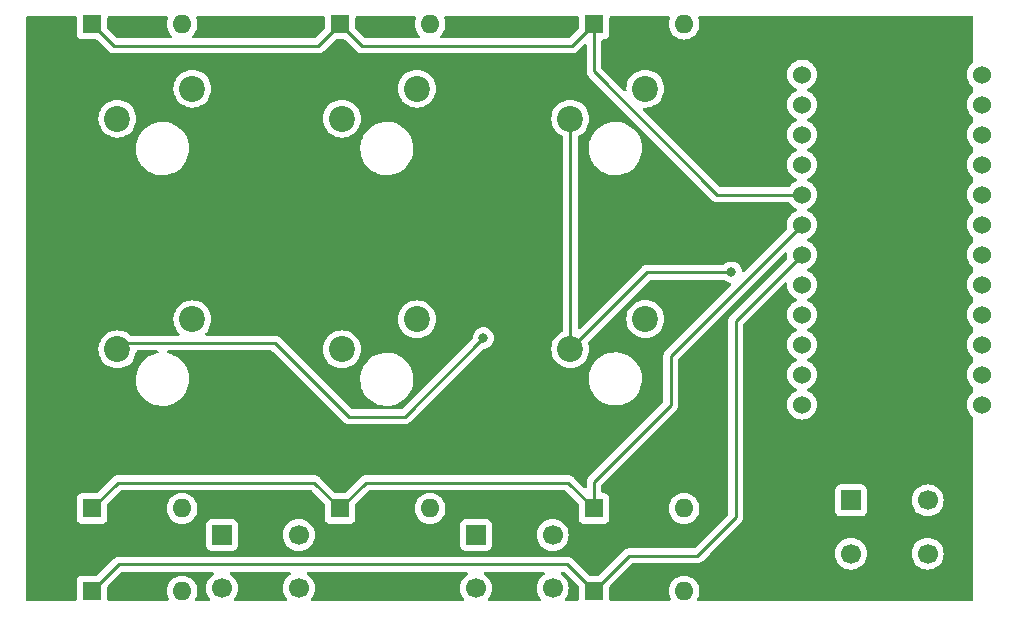
<source format=gbr>
%TF.GenerationSoftware,KiCad,Pcbnew,7.0.9*%
%TF.CreationDate,2024-01-20T20:31:13+09:00*%
%TF.ProjectId,cardsize_keyboad,63617264-7369-47a6-955f-6b6579626f61,rev?*%
%TF.SameCoordinates,PX34f3078PY5614798*%
%TF.FileFunction,Copper,L2,Bot*%
%TF.FilePolarity,Positive*%
%FSLAX46Y46*%
G04 Gerber Fmt 4.6, Leading zero omitted, Abs format (unit mm)*
G04 Created by KiCad (PCBNEW 7.0.9) date 2024-01-20 20:31:13*
%MOMM*%
%LPD*%
G01*
G04 APERTURE LIST*
%TA.AperFunction,ComponentPad*%
%ADD10C,2.200000*%
%TD*%
%TA.AperFunction,ComponentPad*%
%ADD11R,1.600000X1.600000*%
%TD*%
%TA.AperFunction,ComponentPad*%
%ADD12O,1.600000X1.600000*%
%TD*%
%TA.AperFunction,ComponentPad*%
%ADD13R,1.700000X1.700000*%
%TD*%
%TA.AperFunction,ComponentPad*%
%ADD14C,1.700000*%
%TD*%
%TA.AperFunction,ComponentPad*%
%ADD15C,1.524000*%
%TD*%
%TA.AperFunction,ViaPad*%
%ADD16C,0.800000*%
%TD*%
%TA.AperFunction,Conductor*%
%ADD17C,0.250000*%
%TD*%
G04 APERTURE END LIST*
D10*
%TO.P,SW5,1,1*%
%TO.N,Net-(D5-A)*%
X35350000Y25090000D03*
%TO.P,SW5,2,2*%
%TO.N,7*%
X29000000Y22550000D03*
%TD*%
D11*
%TO.P,D5,1,K*%
%TO.N,Net-(D4-K)*%
X28850000Y9090000D03*
D12*
%TO.P,D5,2,A*%
%TO.N,Net-(D5-A)*%
X36470000Y9090000D03*
%TD*%
D10*
%TO.P,SW2,1,1*%
%TO.N,Net-(D2-A)*%
X35350000Y44630000D03*
%TO.P,SW2,2,2*%
%TO.N,7*%
X29000000Y42090000D03*
%TD*%
D13*
%TO.P,SW8,1,1*%
%TO.N,Net-(D8-A)*%
X18850000Y6840000D03*
D14*
X25350000Y6840000D03*
%TO.P,SW8,2,2*%
%TO.N,7*%
X18850000Y2340000D03*
X25350000Y2340000D03*
%TD*%
D11*
%TO.P,D3,1,K*%
%TO.N,Net-(D1-K)*%
X7850000Y50090000D03*
D12*
%TO.P,D3,2,A*%
%TO.N,Net-(D3-A)*%
X15470000Y50090000D03*
%TD*%
D11*
%TO.P,D8,1,K*%
%TO.N,Net-(D7-K)*%
X7850000Y2090000D03*
D12*
%TO.P,D8,2,A*%
%TO.N,Net-(D8-A)*%
X15470000Y2090000D03*
%TD*%
D11*
%TO.P,D1,1,K*%
%TO.N,Net-(D1-K)*%
X50350000Y50090000D03*
D12*
%TO.P,D1,2,A*%
%TO.N,Net-(D1-A)*%
X57970000Y50090000D03*
%TD*%
D13*
%TO.P,SW0,1,1*%
%TO.N,GND*%
X72100000Y9761400D03*
D14*
X78600000Y9761400D03*
%TO.P,SW0,2,2*%
%TO.N,Net-(U1-RST)*%
X72100000Y5261400D03*
X78600000Y5261400D03*
%TD*%
D10*
%TO.P,SW4,1,1*%
%TO.N,Net-(D4-A)*%
X54700000Y25130000D03*
%TO.P,SW4,2,2*%
%TO.N,6*%
X48350000Y22590000D03*
%TD*%
%TO.P,SW3,1,1*%
%TO.N,Net-(D3-A)*%
X16350000Y44630000D03*
%TO.P,SW3,2,2*%
%TO.N,8*%
X10000000Y42090000D03*
%TD*%
%TO.P,SW1,1,1*%
%TO.N,Net-(D1-A)*%
X54700000Y44630000D03*
%TO.P,SW1,2,2*%
%TO.N,6*%
X48350000Y42090000D03*
%TD*%
D11*
%TO.P,D7,1,K*%
%TO.N,Net-(D7-K)*%
X50350000Y2090000D03*
D12*
%TO.P,D7,2,A*%
%TO.N,Net-(D7-A)*%
X57970000Y2090000D03*
%TD*%
D13*
%TO.P,SW7,1,1*%
%TO.N,Net-(D7-A)*%
X40350000Y6840000D03*
D14*
X46850000Y6840000D03*
%TO.P,SW7,2,2*%
%TO.N,6*%
X40350000Y2340000D03*
X46850000Y2340000D03*
%TD*%
D10*
%TO.P,SW6,1,1*%
%TO.N,Net-(D6-A)*%
X16350000Y25090000D03*
%TO.P,SW6,2,2*%
%TO.N,8*%
X10000000Y22550000D03*
%TD*%
D11*
%TO.P,D2,1,K*%
%TO.N,Net-(D1-K)*%
X28850000Y50090000D03*
D12*
%TO.P,D2,2,A*%
%TO.N,Net-(D2-A)*%
X36470000Y50090000D03*
%TD*%
D11*
%TO.P,D4,1,K*%
%TO.N,Net-(D4-K)*%
X50350000Y9090000D03*
D12*
%TO.P,D4,2,A*%
%TO.N,Net-(D4-A)*%
X57970000Y9090000D03*
%TD*%
D11*
%TO.P,D6,1,K*%
%TO.N,Net-(D4-K)*%
X7850000Y9090000D03*
D12*
%TO.P,D6,2,A*%
%TO.N,Net-(D6-A)*%
X15470000Y9090000D03*
%TD*%
D15*
%TO.P,U1,1,D3/TX0*%
%TO.N,unconnected-(U1-D3{slash}TX0-Pad1)*%
X67960000Y45820000D03*
%TO.P,U1,2,D2/RX1*%
%TO.N,unconnected-(U1-D2{slash}RX1-Pad2)*%
X67960000Y43280000D03*
%TO.P,U1,3,GND*%
%TO.N,GND*%
X67960000Y40740000D03*
%TO.P,U1,4,GND*%
X67960000Y38200000D03*
%TO.P,U1,5,SDA/D1/2*%
%TO.N,Net-(D1-K)*%
X67960000Y35660000D03*
%TO.P,U1,6,SCL/D0/3*%
%TO.N,Net-(D4-K)*%
X67960000Y33120000D03*
%TO.P,U1,7,D4/4*%
%TO.N,Net-(D7-K)*%
X67960000Y30580000D03*
%TO.P,U1,8,C6/5*%
%TO.N,unconnected-(U1-C6{slash}5-Pad8)*%
X67960000Y28040000D03*
%TO.P,U1,9,D7/6*%
%TO.N,6*%
X67960000Y25500000D03*
%TO.P,U1,10,E6/7*%
%TO.N,7*%
X67960000Y22960000D03*
%TO.P,U1,11,B4/8*%
%TO.N,8*%
X67960000Y20420000D03*
%TO.P,U1,12,B5/9*%
%TO.N,unconnected-(U1-B5{slash}9-Pad12)*%
X67960000Y17880000D03*
%TO.P,U1,13,10/B6*%
%TO.N,unconnected-(U1-10{slash}B6-Pad13)*%
X83180000Y17880000D03*
%TO.P,U1,14,16/B2*%
%TO.N,unconnected-(U1-16{slash}B2-Pad14)*%
X83180000Y20420000D03*
%TO.P,U1,15,14/B3*%
%TO.N,unconnected-(U1-14{slash}B3-Pad15)*%
X83180000Y22960000D03*
%TO.P,U1,16,15/B1*%
%TO.N,unconnected-(U1-15{slash}B1-Pad16)*%
X83180000Y25500000D03*
%TO.P,U1,17,A0/F7*%
%TO.N,unconnected-(U1-A0{slash}F7-Pad17)*%
X83180000Y28040000D03*
%TO.P,U1,18,A1/F6*%
%TO.N,unconnected-(U1-A1{slash}F6-Pad18)*%
X83180000Y30580000D03*
%TO.P,U1,19,A2/F5*%
%TO.N,unconnected-(U1-A2{slash}F5-Pad19)*%
X83180000Y33120000D03*
%TO.P,U1,20,A3/F4*%
%TO.N,unconnected-(U1-A3{slash}F4-Pad20)*%
X83180000Y35660000D03*
%TO.P,U1,21,VCC*%
%TO.N,unconnected-(U1-VCC-Pad21)*%
X83180000Y38200000D03*
%TO.P,U1,22,RST*%
%TO.N,Net-(U1-RST)*%
X83180000Y40740000D03*
%TO.P,U1,23,GND*%
%TO.N,GND*%
X83180000Y43280000D03*
%TO.P,U1,24,RAW*%
%TO.N,unconnected-(U1-RAW-Pad24)*%
X83180000Y45820000D03*
%TD*%
D16*
%TO.N,6*%
X61978600Y29090000D03*
%TO.N,8*%
X40978600Y23511400D03*
%TD*%
D17*
%TO.N,6*%
X61978600Y29090000D02*
X54850000Y29090000D01*
X54850000Y29090000D02*
X48350000Y22590000D01*
%TO.N,8*%
X10540000Y23090000D02*
X10000000Y22550000D01*
X23350000Y23090000D02*
X10540000Y23090000D01*
X34307200Y16840000D02*
X29600000Y16840000D01*
X29600000Y16840000D02*
X23350000Y23090000D01*
X40978600Y23511400D02*
X34307200Y16840000D01*
%TO.N,Net-(D1-K)*%
X50350000Y50090000D02*
X48521400Y48261400D01*
X67960000Y35660000D02*
X60780000Y35660000D01*
X60780000Y35660000D02*
X50350000Y46090000D01*
X27021400Y48261400D02*
X9678600Y48261400D01*
X9678600Y48261400D02*
X7850000Y50090000D01*
X28850000Y50090000D02*
X27021400Y48261400D01*
X48521400Y48261400D02*
X30678600Y48261400D01*
X30678600Y48261400D02*
X28850000Y50090000D01*
X50350000Y46090000D02*
X50350000Y50090000D01*
%TO.N,Net-(D4-K)*%
X10021400Y11261400D02*
X26678600Y11261400D01*
X28850000Y9090000D02*
X31021400Y11261400D01*
X56850000Y22010000D02*
X67960000Y33120000D01*
X7850000Y9090000D02*
X10021400Y11261400D01*
X26678600Y11261400D02*
X28850000Y9090000D01*
X48178600Y11261400D02*
X50350000Y9090000D01*
X56850000Y17840000D02*
X56850000Y22010000D01*
X50350000Y11340000D02*
X56850000Y17840000D01*
X50350000Y9090000D02*
X50350000Y11340000D01*
X31021400Y11261400D02*
X48178600Y11261400D01*
%TO.N,Net-(D7-K)*%
X62350000Y24970000D02*
X62350000Y8340000D01*
X48100000Y4340000D02*
X50350000Y2090000D01*
X59100000Y5090000D02*
X53350000Y5090000D01*
X62350000Y8340000D02*
X59100000Y5090000D01*
X53350000Y5090000D02*
X50350000Y2090000D01*
X67960000Y30580000D02*
X62350000Y24970000D01*
X10100000Y4340000D02*
X48100000Y4340000D01*
X7850000Y2090000D02*
X10100000Y4340000D01*
%TO.N,6*%
X48350000Y42090000D02*
X48350000Y22590000D01*
%TD*%
%TA.AperFunction,NonConductor*%
G36*
X48992539Y50741715D02*
G01*
X49038294Y50688911D01*
X49049500Y50637400D01*
X49049500Y49725454D01*
X49029815Y49658415D01*
X49013181Y49637773D01*
X48298628Y48923219D01*
X48237305Y48889734D01*
X48210947Y48886900D01*
X37405449Y48886900D01*
X37338410Y48906585D01*
X37292655Y48959389D01*
X37282711Y49028547D01*
X37311736Y49092103D01*
X37317768Y49098581D01*
X37470045Y49250859D01*
X37470047Y49250861D01*
X37600568Y49437266D01*
X37696739Y49643504D01*
X37755635Y49863308D01*
X37775468Y50090000D01*
X37755635Y50316692D01*
X37696739Y50536496D01*
X37674122Y50584997D01*
X37663631Y50654072D01*
X37692150Y50717856D01*
X37750627Y50756096D01*
X37786505Y50761400D01*
X48925500Y50761400D01*
X48992539Y50741715D01*
G37*
%TD.AperFunction*%
%TA.AperFunction,NonConductor*%
G36*
X35220534Y50741715D02*
G01*
X35266289Y50688911D01*
X35276233Y50619753D01*
X35265877Y50584995D01*
X35243261Y50536498D01*
X35243258Y50536489D01*
X35184366Y50316698D01*
X35184364Y50316687D01*
X35164532Y50090002D01*
X35164532Y50089999D01*
X35184364Y49863314D01*
X35184366Y49863303D01*
X35243258Y49643512D01*
X35243261Y49643503D01*
X35339431Y49437268D01*
X35339432Y49437266D01*
X35469954Y49250859D01*
X35622232Y49098581D01*
X35655717Y49037258D01*
X35650733Y48967566D01*
X35608861Y48911633D01*
X35543397Y48887216D01*
X35534551Y48886900D01*
X30989052Y48886900D01*
X30922013Y48906585D01*
X30901371Y48923219D01*
X30186818Y49637772D01*
X30153333Y49699095D01*
X30150499Y49725453D01*
X30150499Y50637400D01*
X30170184Y50704439D01*
X30222988Y50750194D01*
X30274499Y50761400D01*
X35153495Y50761400D01*
X35220534Y50741715D01*
G37*
%TD.AperFunction*%
%TA.AperFunction,NonConductor*%
G36*
X27492539Y50741715D02*
G01*
X27538294Y50688911D01*
X27549500Y50637400D01*
X27549500Y49725454D01*
X27529815Y49658415D01*
X27513181Y49637773D01*
X26798628Y48923219D01*
X26737305Y48889734D01*
X26710947Y48886900D01*
X16405449Y48886900D01*
X16338410Y48906585D01*
X16292655Y48959389D01*
X16282711Y49028547D01*
X16311736Y49092103D01*
X16317768Y49098581D01*
X16470045Y49250859D01*
X16470047Y49250861D01*
X16600568Y49437266D01*
X16696739Y49643504D01*
X16755635Y49863308D01*
X16775468Y50090000D01*
X16755635Y50316692D01*
X16696739Y50536496D01*
X16674122Y50584997D01*
X16663631Y50654072D01*
X16692150Y50717856D01*
X16750627Y50756096D01*
X16786505Y50761400D01*
X27425500Y50761400D01*
X27492539Y50741715D01*
G37*
%TD.AperFunction*%
%TA.AperFunction,NonConductor*%
G36*
X14220534Y50741715D02*
G01*
X14266289Y50688911D01*
X14276233Y50619753D01*
X14265877Y50584995D01*
X14243261Y50536498D01*
X14243258Y50536489D01*
X14184366Y50316698D01*
X14184364Y50316687D01*
X14164532Y50090002D01*
X14164532Y50089999D01*
X14184364Y49863314D01*
X14184366Y49863303D01*
X14243258Y49643512D01*
X14243261Y49643503D01*
X14339431Y49437268D01*
X14339432Y49437266D01*
X14469954Y49250859D01*
X14622232Y49098581D01*
X14655717Y49037258D01*
X14650733Y48967566D01*
X14608861Y48911633D01*
X14543397Y48887216D01*
X14534551Y48886900D01*
X9989052Y48886900D01*
X9922013Y48906585D01*
X9901371Y48923219D01*
X9186818Y49637772D01*
X9153333Y49699095D01*
X9150499Y49725453D01*
X9150499Y50637400D01*
X9170184Y50704439D01*
X9222988Y50750194D01*
X9274499Y50761400D01*
X14153495Y50761400D01*
X14220534Y50741715D01*
G37*
%TD.AperFunction*%
%TA.AperFunction,NonConductor*%
G36*
X56720534Y50741715D02*
G01*
X56766289Y50688911D01*
X56776233Y50619753D01*
X56765877Y50584995D01*
X56743261Y50536498D01*
X56743258Y50536489D01*
X56684366Y50316698D01*
X56684364Y50316687D01*
X56664532Y50090002D01*
X56664532Y50089999D01*
X56684364Y49863314D01*
X56684366Y49863303D01*
X56743258Y49643512D01*
X56743261Y49643503D01*
X56839431Y49437268D01*
X56839432Y49437266D01*
X56969954Y49250859D01*
X57130858Y49089955D01*
X57130861Y49089953D01*
X57317266Y48959432D01*
X57523504Y48863261D01*
X57743308Y48804365D01*
X57905230Y48790199D01*
X57969998Y48784532D01*
X57970000Y48784532D01*
X57970002Y48784532D01*
X58026807Y48789502D01*
X58196692Y48804365D01*
X58416496Y48863261D01*
X58622734Y48959432D01*
X58809139Y49089953D01*
X58970047Y49250861D01*
X59100568Y49437266D01*
X59196739Y49643504D01*
X59255635Y49863308D01*
X59275468Y50090000D01*
X59255635Y50316692D01*
X59196739Y50536496D01*
X59174122Y50584997D01*
X59163631Y50654072D01*
X59192150Y50717856D01*
X59250627Y50756096D01*
X59286505Y50761400D01*
X82354600Y50761400D01*
X82421639Y50741715D01*
X82467394Y50688911D01*
X82478600Y50637400D01*
X82478600Y46934654D01*
X82458915Y46867615D01*
X82425723Y46833079D01*
X82365378Y46790826D01*
X82209175Y46634623D01*
X82082466Y46453662D01*
X82082465Y46453660D01*
X81989107Y46253452D01*
X81989104Y46253446D01*
X81931930Y46040071D01*
X81931929Y46040063D01*
X81912677Y45820003D01*
X81912677Y45819998D01*
X81931929Y45599938D01*
X81931930Y45599930D01*
X81989104Y45386555D01*
X81989105Y45386553D01*
X81989106Y45386550D01*
X82082466Y45186338D01*
X82082468Y45186334D01*
X82124637Y45126111D01*
X82209174Y45005380D01*
X82365380Y44849174D01*
X82425723Y44806922D01*
X82469348Y44752346D01*
X82478600Y44705347D01*
X82478600Y44394654D01*
X82458915Y44327615D01*
X82425723Y44293079D01*
X82365378Y44250826D01*
X82209175Y44094623D01*
X82082466Y43913662D01*
X82082465Y43913660D01*
X81989107Y43713452D01*
X81989104Y43713446D01*
X81931930Y43500071D01*
X81931929Y43500063D01*
X81912677Y43280003D01*
X81912677Y43279998D01*
X81931929Y43059938D01*
X81931930Y43059930D01*
X81989104Y42846555D01*
X81989105Y42846553D01*
X81989106Y42846550D01*
X82082466Y42646338D01*
X82082468Y42646334D01*
X82124637Y42586111D01*
X82209174Y42465380D01*
X82365380Y42309174D01*
X82425723Y42266922D01*
X82469348Y42212346D01*
X82478600Y42165347D01*
X82478600Y41854654D01*
X82458915Y41787615D01*
X82425723Y41753079D01*
X82365378Y41710826D01*
X82209175Y41554623D01*
X82082466Y41373662D01*
X82082465Y41373660D01*
X81989107Y41173452D01*
X81989104Y41173446D01*
X81931930Y40960071D01*
X81931929Y40960063D01*
X81912677Y40740003D01*
X81912677Y40739998D01*
X81931929Y40519938D01*
X81931930Y40519930D01*
X81989104Y40306555D01*
X81989105Y40306553D01*
X81989106Y40306550D01*
X82082466Y40106338D01*
X82082468Y40106334D01*
X82209170Y39925385D01*
X82209174Y39925380D01*
X82365380Y39769174D01*
X82425723Y39726922D01*
X82469348Y39672346D01*
X82478600Y39625347D01*
X82478600Y39314654D01*
X82458915Y39247615D01*
X82425723Y39213079D01*
X82365378Y39170826D01*
X82209175Y39014623D01*
X82082466Y38833662D01*
X82082465Y38833660D01*
X81989107Y38633452D01*
X81989104Y38633446D01*
X81931930Y38420071D01*
X81931929Y38420063D01*
X81912677Y38200003D01*
X81912677Y38199998D01*
X81931929Y37979938D01*
X81931930Y37979930D01*
X81989104Y37766555D01*
X81989105Y37766553D01*
X81989106Y37766550D01*
X82024596Y37690442D01*
X82082466Y37566338D01*
X82082468Y37566334D01*
X82209170Y37385385D01*
X82209174Y37385380D01*
X82365380Y37229174D01*
X82425723Y37186922D01*
X82469348Y37132346D01*
X82478600Y37085347D01*
X82478600Y36774654D01*
X82458915Y36707615D01*
X82425723Y36673079D01*
X82365378Y36630826D01*
X82209175Y36474623D01*
X82082466Y36293662D01*
X82082465Y36293660D01*
X81989107Y36093452D01*
X81989104Y36093446D01*
X81931930Y35880071D01*
X81931929Y35880063D01*
X81912677Y35660003D01*
X81912677Y35659998D01*
X81931929Y35439938D01*
X81931930Y35439930D01*
X81989104Y35226555D01*
X81989105Y35226553D01*
X81989106Y35226550D01*
X82060333Y35073803D01*
X82082466Y35026338D01*
X82082468Y35026334D01*
X82209170Y34845385D01*
X82209174Y34845380D01*
X82365380Y34689174D01*
X82425723Y34646922D01*
X82469348Y34592346D01*
X82478600Y34545347D01*
X82478600Y34234654D01*
X82458915Y34167615D01*
X82425723Y34133079D01*
X82365378Y34090826D01*
X82209175Y33934623D01*
X82082466Y33753662D01*
X82082465Y33753660D01*
X81989107Y33553452D01*
X81989104Y33553446D01*
X81931930Y33340071D01*
X81931929Y33340063D01*
X81912677Y33120003D01*
X81912677Y33119998D01*
X81931929Y32899938D01*
X81931930Y32899930D01*
X81989104Y32686555D01*
X81989105Y32686553D01*
X81989106Y32686550D01*
X82082466Y32486338D01*
X82082468Y32486334D01*
X82209170Y32305385D01*
X82209174Y32305380D01*
X82365380Y32149174D01*
X82425723Y32106922D01*
X82469348Y32052346D01*
X82478600Y32005347D01*
X82478600Y31694654D01*
X82458915Y31627615D01*
X82425723Y31593079D01*
X82365378Y31550826D01*
X82209175Y31394623D01*
X82082466Y31213662D01*
X82082465Y31213660D01*
X81989107Y31013452D01*
X81989104Y31013446D01*
X81931930Y30800071D01*
X81931929Y30800063D01*
X81912677Y30580003D01*
X81912677Y30579998D01*
X81931929Y30359938D01*
X81931930Y30359930D01*
X81989104Y30146555D01*
X81989105Y30146553D01*
X81989106Y30146550D01*
X82061873Y29990500D01*
X82082466Y29946338D01*
X82082468Y29946334D01*
X82133013Y29874149D01*
X82209174Y29765380D01*
X82365380Y29609174D01*
X82425723Y29566922D01*
X82469348Y29512346D01*
X82478600Y29465347D01*
X82478600Y29154654D01*
X82458915Y29087615D01*
X82425723Y29053079D01*
X82365378Y29010826D01*
X82209175Y28854623D01*
X82082466Y28673662D01*
X82082465Y28673660D01*
X81989107Y28473452D01*
X81989104Y28473446D01*
X81931930Y28260071D01*
X81931929Y28260063D01*
X81912677Y28040003D01*
X81912677Y28039998D01*
X81931929Y27819938D01*
X81931930Y27819930D01*
X81989104Y27606555D01*
X81989105Y27606553D01*
X81989106Y27606550D01*
X82082466Y27406338D01*
X82082468Y27406334D01*
X82209170Y27225385D01*
X82209174Y27225380D01*
X82365380Y27069174D01*
X82425723Y27026922D01*
X82469348Y26972346D01*
X82478600Y26925347D01*
X82478600Y26614654D01*
X82458915Y26547615D01*
X82425723Y26513079D01*
X82365378Y26470826D01*
X82209175Y26314623D01*
X82082466Y26133662D01*
X82082465Y26133660D01*
X81989107Y25933452D01*
X81989104Y25933446D01*
X81931930Y25720071D01*
X81931929Y25720063D01*
X81912677Y25500003D01*
X81912677Y25499998D01*
X81931929Y25279938D01*
X81931930Y25279930D01*
X81989104Y25066555D01*
X81989105Y25066553D01*
X81989106Y25066550D01*
X82011173Y25019227D01*
X82082466Y24866338D01*
X82082468Y24866334D01*
X82209170Y24685385D01*
X82209174Y24685380D01*
X82365380Y24529174D01*
X82425723Y24486922D01*
X82469348Y24432346D01*
X82478600Y24385347D01*
X82478600Y24074654D01*
X82458915Y24007615D01*
X82425723Y23973079D01*
X82365378Y23930826D01*
X82209175Y23774623D01*
X82082466Y23593662D01*
X82082465Y23593660D01*
X81989107Y23393452D01*
X81989104Y23393446D01*
X81931930Y23180071D01*
X81931929Y23180063D01*
X81912677Y22960003D01*
X81912677Y22959998D01*
X81931929Y22739938D01*
X81931930Y22739930D01*
X81989104Y22526555D01*
X81989105Y22526553D01*
X81989106Y22526550D01*
X82039265Y22418983D01*
X82082466Y22326338D01*
X82082468Y22326334D01*
X82184415Y22180739D01*
X82209174Y22145380D01*
X82365380Y21989174D01*
X82425723Y21946922D01*
X82469348Y21892346D01*
X82478600Y21845347D01*
X82478600Y21534654D01*
X82458915Y21467615D01*
X82425723Y21433079D01*
X82365378Y21390826D01*
X82209175Y21234623D01*
X82082466Y21053662D01*
X82082465Y21053660D01*
X81989107Y20853452D01*
X81989104Y20853446D01*
X81931930Y20640071D01*
X81931929Y20640063D01*
X81912677Y20420003D01*
X81912677Y20419998D01*
X81931929Y20199938D01*
X81931930Y20199930D01*
X81989104Y19986555D01*
X81989105Y19986553D01*
X81989106Y19986550D01*
X82013318Y19934627D01*
X82082466Y19786338D01*
X82082468Y19786334D01*
X82188547Y19634838D01*
X82209174Y19605380D01*
X82365380Y19449174D01*
X82425723Y19406922D01*
X82469348Y19352346D01*
X82478600Y19305347D01*
X82478600Y18994654D01*
X82458915Y18927615D01*
X82425723Y18893079D01*
X82365378Y18850826D01*
X82209175Y18694623D01*
X82082466Y18513662D01*
X82082465Y18513660D01*
X81989107Y18313452D01*
X81989104Y18313446D01*
X81931930Y18100071D01*
X81931929Y18100063D01*
X81912677Y17880003D01*
X81912677Y17879998D01*
X81931929Y17659938D01*
X81931930Y17659930D01*
X81989104Y17446555D01*
X81989105Y17446553D01*
X81989106Y17446550D01*
X81998911Y17425524D01*
X82082466Y17246338D01*
X82082468Y17246334D01*
X82209170Y17065385D01*
X82209174Y17065380D01*
X82365380Y16909174D01*
X82425723Y16866922D01*
X82469348Y16812346D01*
X82478600Y16765347D01*
X82478600Y1385400D01*
X82458915Y1318361D01*
X82406111Y1272606D01*
X82354600Y1261400D01*
X59213202Y1261400D01*
X59146163Y1281085D01*
X59100408Y1333889D01*
X59090464Y1403047D01*
X59100820Y1437805D01*
X59156655Y1557545D01*
X59196739Y1643504D01*
X59255635Y1863308D01*
X59275468Y2090000D01*
X59255635Y2316692D01*
X59210916Y2483585D01*
X59196741Y2536489D01*
X59196738Y2536498D01*
X59100568Y2742733D01*
X59100567Y2742735D01*
X58970045Y2929142D01*
X58809141Y3090046D01*
X58622734Y3220568D01*
X58622732Y3220569D01*
X58416497Y3316739D01*
X58416488Y3316742D01*
X58196697Y3375634D01*
X58196693Y3375635D01*
X58196692Y3375635D01*
X58196691Y3375636D01*
X58196686Y3375636D01*
X57970002Y3395468D01*
X57969998Y3395468D01*
X57743313Y3375636D01*
X57743302Y3375634D01*
X57523511Y3316742D01*
X57523502Y3316739D01*
X57317267Y3220569D01*
X57317265Y3220568D01*
X57130858Y3090046D01*
X56969954Y2929142D01*
X56839432Y2742735D01*
X56839431Y2742733D01*
X56743261Y2536498D01*
X56743258Y2536489D01*
X56684366Y2316698D01*
X56684364Y2316687D01*
X56664532Y2090002D01*
X56664532Y2089999D01*
X56684364Y1863314D01*
X56684366Y1863303D01*
X56743258Y1643512D01*
X56743260Y1643508D01*
X56743261Y1643504D01*
X56769355Y1587545D01*
X56839180Y1437805D01*
X56849672Y1368727D01*
X56821152Y1304943D01*
X56762676Y1266704D01*
X56726798Y1261400D01*
X51774500Y1261400D01*
X51707461Y1281085D01*
X51661706Y1333889D01*
X51650500Y1385400D01*
X51650499Y2454549D01*
X51670183Y2521588D01*
X51686813Y2542225D01*
X53572771Y4428181D01*
X53634094Y4461666D01*
X53660452Y4464500D01*
X59017257Y4464500D01*
X59032877Y4462776D01*
X59032904Y4463061D01*
X59040660Y4462329D01*
X59040667Y4462327D01*
X59109814Y4464500D01*
X59139350Y4464500D01*
X59146228Y4465370D01*
X59152041Y4465828D01*
X59198627Y4467291D01*
X59217869Y4472883D01*
X59236912Y4476826D01*
X59256792Y4479336D01*
X59300122Y4496493D01*
X59305646Y4498383D01*
X59309396Y4499473D01*
X59350390Y4511382D01*
X59367629Y4521578D01*
X59385103Y4530138D01*
X59403727Y4537512D01*
X59403727Y4537513D01*
X59403732Y4537514D01*
X59441449Y4564918D01*
X59446305Y4568108D01*
X59486420Y4591830D01*
X59500589Y4606001D01*
X59515379Y4618632D01*
X59531587Y4630406D01*
X59561299Y4666324D01*
X59565212Y4670624D01*
X60155988Y5261400D01*
X70744341Y5261400D01*
X70764936Y5025997D01*
X70764938Y5025987D01*
X70826094Y4797745D01*
X70826096Y4797741D01*
X70826097Y4797737D01*
X70915512Y4605987D01*
X70925965Y4583570D01*
X70925967Y4583566D01*
X71010860Y4462327D01*
X71061505Y4389999D01*
X71228599Y4222905D01*
X71325384Y4155135D01*
X71422165Y4087368D01*
X71422167Y4087367D01*
X71422170Y4087365D01*
X71636337Y3987497D01*
X71864592Y3926337D01*
X72052918Y3909861D01*
X72099999Y3905741D01*
X72100000Y3905741D01*
X72100001Y3905741D01*
X72139234Y3909174D01*
X72335408Y3926337D01*
X72563663Y3987497D01*
X72777830Y4087365D01*
X72971401Y4222905D01*
X73138495Y4389999D01*
X73274035Y4583570D01*
X73373903Y4797737D01*
X73435063Y5025992D01*
X73455659Y5261400D01*
X77244341Y5261400D01*
X77264936Y5025997D01*
X77264938Y5025987D01*
X77326094Y4797745D01*
X77326096Y4797741D01*
X77326097Y4797737D01*
X77415512Y4605987D01*
X77425965Y4583570D01*
X77425967Y4583566D01*
X77510860Y4462327D01*
X77561505Y4389999D01*
X77728599Y4222905D01*
X77825384Y4155135D01*
X77922165Y4087368D01*
X77922167Y4087367D01*
X77922170Y4087365D01*
X78136337Y3987497D01*
X78364592Y3926337D01*
X78552918Y3909861D01*
X78599999Y3905741D01*
X78600000Y3905741D01*
X78600001Y3905741D01*
X78639234Y3909174D01*
X78835408Y3926337D01*
X79063663Y3987497D01*
X79277830Y4087365D01*
X79471401Y4222905D01*
X79638495Y4389999D01*
X79774035Y4583570D01*
X79873903Y4797737D01*
X79935063Y5025992D01*
X79955659Y5261400D01*
X79935063Y5496808D01*
X79873903Y5725063D01*
X79774035Y5939229D01*
X79772006Y5942128D01*
X79638494Y6132803D01*
X79471402Y6299894D01*
X79471395Y6299899D01*
X79277834Y6435433D01*
X79277830Y6435435D01*
X79277828Y6435436D01*
X79063663Y6535303D01*
X79063659Y6535304D01*
X79063655Y6535306D01*
X78835413Y6596462D01*
X78835403Y6596464D01*
X78600001Y6617059D01*
X78599999Y6617059D01*
X78364596Y6596464D01*
X78364586Y6596462D01*
X78136344Y6535306D01*
X78136335Y6535302D01*
X77922171Y6435436D01*
X77922169Y6435435D01*
X77728597Y6299895D01*
X77561505Y6132803D01*
X77425965Y5939231D01*
X77425964Y5939229D01*
X77326098Y5725065D01*
X77326094Y5725056D01*
X77264938Y5496814D01*
X77264936Y5496804D01*
X77244341Y5261401D01*
X77244341Y5261400D01*
X73455659Y5261400D01*
X73435063Y5496808D01*
X73373903Y5725063D01*
X73274035Y5939229D01*
X73272006Y5942128D01*
X73138494Y6132803D01*
X72971402Y6299894D01*
X72971395Y6299899D01*
X72777834Y6435433D01*
X72777830Y6435435D01*
X72777828Y6435436D01*
X72563663Y6535303D01*
X72563659Y6535304D01*
X72563655Y6535306D01*
X72335413Y6596462D01*
X72335403Y6596464D01*
X72100001Y6617059D01*
X72099999Y6617059D01*
X71864596Y6596464D01*
X71864586Y6596462D01*
X71636344Y6535306D01*
X71636335Y6535302D01*
X71422171Y6435436D01*
X71422169Y6435435D01*
X71228597Y6299895D01*
X71061505Y6132803D01*
X70925965Y5939231D01*
X70925964Y5939229D01*
X70826098Y5725065D01*
X70826094Y5725056D01*
X70764938Y5496814D01*
X70764936Y5496804D01*
X70744341Y5261401D01*
X70744341Y5261400D01*
X60155988Y5261400D01*
X62733788Y7839199D01*
X62746042Y7849014D01*
X62745859Y7849236D01*
X62751866Y7854208D01*
X62751877Y7854214D01*
X62782775Y7887118D01*
X62799227Y7904636D01*
X62809671Y7915082D01*
X62820120Y7925529D01*
X62824379Y7931022D01*
X62828152Y7935439D01*
X62860062Y7969418D01*
X62869713Y7986976D01*
X62880396Y8003239D01*
X62892673Y8019064D01*
X62911185Y8061847D01*
X62913738Y8067059D01*
X62936197Y8107908D01*
X62941180Y8127320D01*
X62947481Y8145720D01*
X62955437Y8164104D01*
X62962729Y8210148D01*
X62963906Y8215829D01*
X62975500Y8260981D01*
X62975500Y8281017D01*
X62977027Y8300418D01*
X62980160Y8320196D01*
X62975775Y8366585D01*
X62975500Y8372423D01*
X62975500Y8863530D01*
X70749500Y8863530D01*
X70749501Y8863524D01*
X70755908Y8803917D01*
X70806202Y8669072D01*
X70806206Y8669065D01*
X70892452Y8553856D01*
X70892455Y8553853D01*
X71007664Y8467607D01*
X71007671Y8467603D01*
X71142517Y8417309D01*
X71142516Y8417309D01*
X71149444Y8416565D01*
X71202127Y8410900D01*
X72997872Y8410901D01*
X73057483Y8417309D01*
X73192331Y8467604D01*
X73307546Y8553854D01*
X73393796Y8669069D01*
X73444091Y8803917D01*
X73450500Y8863527D01*
X73450499Y9761400D01*
X77244341Y9761400D01*
X77264936Y9525997D01*
X77264938Y9525987D01*
X77326094Y9297745D01*
X77326096Y9297741D01*
X77326097Y9297737D01*
X77422966Y9090002D01*
X77425965Y9083570D01*
X77425967Y9083566D01*
X77534281Y8928879D01*
X77561505Y8889999D01*
X77728599Y8722905D01*
X77825384Y8655135D01*
X77922165Y8587368D01*
X77922167Y8587367D01*
X77922170Y8587365D01*
X78136337Y8487497D01*
X78364592Y8426337D01*
X78541034Y8410900D01*
X78599999Y8405741D01*
X78600000Y8405741D01*
X78600001Y8405741D01*
X78658966Y8410900D01*
X78835408Y8426337D01*
X79063663Y8487497D01*
X79277830Y8587365D01*
X79471401Y8722905D01*
X79638495Y8889999D01*
X79774035Y9083570D01*
X79873903Y9297737D01*
X79935063Y9525992D01*
X79955659Y9761400D01*
X79935063Y9996808D01*
X79888626Y10170115D01*
X79873905Y10225056D01*
X79873904Y10225057D01*
X79873903Y10225063D01*
X79774035Y10439229D01*
X79757399Y10462989D01*
X79638494Y10632803D01*
X79471402Y10799894D01*
X79471395Y10799899D01*
X79277834Y10935433D01*
X79277830Y10935435D01*
X79277828Y10935436D01*
X79063663Y11035303D01*
X79063659Y11035304D01*
X79063655Y11035306D01*
X78835413Y11096462D01*
X78835403Y11096464D01*
X78600001Y11117059D01*
X78599999Y11117059D01*
X78364596Y11096464D01*
X78364586Y11096462D01*
X78136344Y11035306D01*
X78136335Y11035302D01*
X77922171Y10935436D01*
X77922169Y10935435D01*
X77728597Y10799895D01*
X77561505Y10632803D01*
X77425965Y10439231D01*
X77425964Y10439229D01*
X77326098Y10225065D01*
X77326094Y10225056D01*
X77264938Y9996814D01*
X77264936Y9996804D01*
X77244341Y9761401D01*
X77244341Y9761400D01*
X73450499Y9761400D01*
X73450499Y10659272D01*
X73444091Y10718883D01*
X73418812Y10786659D01*
X73393797Y10853729D01*
X73393793Y10853736D01*
X73307547Y10968945D01*
X73307544Y10968948D01*
X73192335Y11055194D01*
X73192328Y11055198D01*
X73057482Y11105492D01*
X73057483Y11105492D01*
X72997883Y11111899D01*
X72997881Y11111900D01*
X72997873Y11111900D01*
X72997864Y11111900D01*
X71202129Y11111900D01*
X71202123Y11111899D01*
X71142516Y11105492D01*
X71007671Y11055198D01*
X71007664Y11055194D01*
X70892455Y10968948D01*
X70892452Y10968945D01*
X70806206Y10853736D01*
X70806202Y10853729D01*
X70755908Y10718883D01*
X70749501Y10659284D01*
X70749501Y10659277D01*
X70749500Y10659265D01*
X70749500Y8863530D01*
X62975500Y8863530D01*
X62975500Y24659549D01*
X62995185Y24726588D01*
X63011814Y24747225D01*
X66488985Y28224397D01*
X66550306Y28257880D01*
X66619998Y28252896D01*
X66675931Y28211024D01*
X66700348Y28145560D01*
X66700192Y28125908D01*
X66692677Y28040004D01*
X66692677Y28039998D01*
X66711929Y27819938D01*
X66711930Y27819930D01*
X66769104Y27606555D01*
X66769105Y27606553D01*
X66769106Y27606550D01*
X66862466Y27406338D01*
X66862468Y27406334D01*
X66989170Y27225385D01*
X66989175Y27225379D01*
X67145378Y27069176D01*
X67145384Y27069171D01*
X67326333Y26942469D01*
X67326335Y26942468D01*
X67326338Y26942466D01*
X67445748Y26886785D01*
X67455189Y26882382D01*
X67507628Y26836210D01*
X67526780Y26769016D01*
X67506564Y26702135D01*
X67455189Y26657618D01*
X67326340Y26597535D01*
X67326338Y26597534D01*
X67145377Y26470825D01*
X66989175Y26314623D01*
X66862466Y26133662D01*
X66862465Y26133660D01*
X66769107Y25933452D01*
X66769104Y25933446D01*
X66711930Y25720071D01*
X66711929Y25720063D01*
X66692677Y25500003D01*
X66692677Y25499998D01*
X66711929Y25279938D01*
X66711930Y25279930D01*
X66769104Y25066555D01*
X66769105Y25066553D01*
X66769106Y25066550D01*
X66791173Y25019227D01*
X66862466Y24866338D01*
X66862468Y24866334D01*
X66989170Y24685385D01*
X66989175Y24685379D01*
X67145378Y24529176D01*
X67145384Y24529171D01*
X67326333Y24402469D01*
X67326335Y24402468D01*
X67326338Y24402466D01*
X67414960Y24361141D01*
X67455189Y24342382D01*
X67507628Y24296210D01*
X67526780Y24229016D01*
X67506564Y24162135D01*
X67455189Y24117618D01*
X67326340Y24057535D01*
X67326338Y24057534D01*
X67145377Y23930825D01*
X66989175Y23774623D01*
X66862466Y23593662D01*
X66862465Y23593660D01*
X66769107Y23393452D01*
X66769104Y23393446D01*
X66711930Y23180071D01*
X66711929Y23180063D01*
X66692677Y22960003D01*
X66692677Y22959998D01*
X66711929Y22739938D01*
X66711930Y22739930D01*
X66769104Y22526555D01*
X66769105Y22526553D01*
X66769106Y22526550D01*
X66819265Y22418983D01*
X66862466Y22326338D01*
X66862468Y22326334D01*
X66989170Y22145385D01*
X66989175Y22145379D01*
X67145378Y21989176D01*
X67145384Y21989171D01*
X67326333Y21862469D01*
X67326335Y21862468D01*
X67326338Y21862466D01*
X67414960Y21821141D01*
X67455189Y21802382D01*
X67507628Y21756210D01*
X67526780Y21689016D01*
X67506564Y21622135D01*
X67455189Y21577618D01*
X67326340Y21517535D01*
X67326338Y21517534D01*
X67145377Y21390825D01*
X66989175Y21234623D01*
X66862466Y21053662D01*
X66862465Y21053660D01*
X66769107Y20853452D01*
X66769104Y20853446D01*
X66711930Y20640071D01*
X66711929Y20640063D01*
X66692677Y20420003D01*
X66692677Y20419998D01*
X66711929Y20199938D01*
X66711930Y20199930D01*
X66769104Y19986555D01*
X66769105Y19986553D01*
X66769106Y19986550D01*
X66793318Y19934627D01*
X66862466Y19786338D01*
X66862468Y19786334D01*
X66989170Y19605385D01*
X66989175Y19605379D01*
X67145378Y19449176D01*
X67145384Y19449171D01*
X67326333Y19322469D01*
X67326335Y19322468D01*
X67326338Y19322466D01*
X67445748Y19266785D01*
X67455189Y19262382D01*
X67507628Y19216210D01*
X67526780Y19149016D01*
X67506564Y19082135D01*
X67455189Y19037618D01*
X67326340Y18977535D01*
X67326338Y18977534D01*
X67145377Y18850825D01*
X66989175Y18694623D01*
X66862466Y18513662D01*
X66862465Y18513660D01*
X66769107Y18313452D01*
X66769104Y18313446D01*
X66711930Y18100071D01*
X66711929Y18100063D01*
X66692677Y17880003D01*
X66692677Y17879998D01*
X66711929Y17659938D01*
X66711930Y17659930D01*
X66769104Y17446555D01*
X66769105Y17446553D01*
X66769106Y17446550D01*
X66778911Y17425524D01*
X66862466Y17246338D01*
X66862468Y17246334D01*
X66989170Y17065385D01*
X66989175Y17065379D01*
X67145378Y16909176D01*
X67145384Y16909171D01*
X67326333Y16782469D01*
X67326335Y16782468D01*
X67326338Y16782466D01*
X67526550Y16689106D01*
X67739932Y16631930D01*
X67897123Y16618178D01*
X67959998Y16612677D01*
X67960000Y16612677D01*
X67960002Y16612677D01*
X68015017Y16617491D01*
X68180068Y16631930D01*
X68393450Y16689106D01*
X68593662Y16782466D01*
X68774620Y16909174D01*
X68930826Y17065380D01*
X69057534Y17246338D01*
X69150894Y17446550D01*
X69208070Y17659932D01*
X69226851Y17874605D01*
X69227323Y17879998D01*
X69227323Y17880003D01*
X69219148Y17973442D01*
X69208070Y18100068D01*
X69150894Y18313450D01*
X69057534Y18513661D01*
X68930826Y18694620D01*
X68774620Y18850826D01*
X68774616Y18850829D01*
X68774615Y18850830D01*
X68593666Y18977532D01*
X68593658Y18977536D01*
X68464811Y19037618D01*
X68412371Y19083790D01*
X68393219Y19150983D01*
X68413435Y19217865D01*
X68464811Y19262382D01*
X68470802Y19265176D01*
X68593662Y19322466D01*
X68774620Y19449174D01*
X68930826Y19605380D01*
X69057534Y19786338D01*
X69150894Y19986550D01*
X69208070Y20199932D01*
X69227323Y20420000D01*
X69226871Y20425161D01*
X69208070Y20640063D01*
X69208070Y20640068D01*
X69150894Y20853450D01*
X69057534Y21053661D01*
X68930826Y21234620D01*
X68774620Y21390826D01*
X68774616Y21390829D01*
X68774615Y21390830D01*
X68593666Y21517532D01*
X68593658Y21517536D01*
X68464811Y21577618D01*
X68412371Y21623790D01*
X68393219Y21690983D01*
X68413435Y21757865D01*
X68464811Y21802382D01*
X68502893Y21820140D01*
X68593662Y21862466D01*
X68774620Y21989174D01*
X68930826Y22145380D01*
X69057534Y22326338D01*
X69150894Y22526550D01*
X69208070Y22739932D01*
X69227323Y22960000D01*
X69225644Y22979186D01*
X69216290Y23086111D01*
X69208070Y23180068D01*
X69150894Y23393450D01*
X69057534Y23593661D01*
X68972222Y23715500D01*
X68930827Y23774619D01*
X68856606Y23848840D01*
X68774620Y23930826D01*
X68774616Y23930829D01*
X68774615Y23930830D01*
X68593666Y24057532D01*
X68593658Y24057536D01*
X68464811Y24117618D01*
X68412371Y24163790D01*
X68393219Y24230983D01*
X68413435Y24297865D01*
X68464811Y24342382D01*
X68470802Y24345176D01*
X68593662Y24402466D01*
X68774620Y24529174D01*
X68930826Y24685380D01*
X69057534Y24866338D01*
X69150894Y25066550D01*
X69208070Y25279932D01*
X69223922Y25461122D01*
X69227323Y25499998D01*
X69227323Y25500003D01*
X69208070Y25720063D01*
X69208070Y25720068D01*
X69150894Y25933450D01*
X69057534Y26133661D01*
X68930826Y26314620D01*
X68774620Y26470826D01*
X68774616Y26470829D01*
X68774615Y26470830D01*
X68593666Y26597532D01*
X68593658Y26597536D01*
X68464811Y26657618D01*
X68412371Y26703790D01*
X68393219Y26770983D01*
X68413435Y26837865D01*
X68464811Y26882382D01*
X68470802Y26885176D01*
X68593662Y26942466D01*
X68774620Y27069174D01*
X68930826Y27225380D01*
X69057534Y27406338D01*
X69150894Y27606550D01*
X69208070Y27819932D01*
X69227323Y28040000D01*
X69208070Y28260068D01*
X69150894Y28473450D01*
X69057534Y28673661D01*
X68930826Y28854620D01*
X68774620Y29010826D01*
X68774616Y29010829D01*
X68774615Y29010830D01*
X68593666Y29137532D01*
X68593658Y29137536D01*
X68464811Y29197618D01*
X68412371Y29243790D01*
X68393219Y29310983D01*
X68413435Y29377865D01*
X68464811Y29422382D01*
X68470802Y29425176D01*
X68593662Y29482466D01*
X68774620Y29609174D01*
X68930826Y29765380D01*
X69057534Y29946338D01*
X69150894Y30146550D01*
X69208070Y30359932D01*
X69227323Y30580000D01*
X69208070Y30800068D01*
X69150894Y31013450D01*
X69057534Y31213661D01*
X68930826Y31394620D01*
X68774620Y31550826D01*
X68774616Y31550829D01*
X68774615Y31550830D01*
X68593666Y31677532D01*
X68593658Y31677536D01*
X68464811Y31737618D01*
X68412371Y31783790D01*
X68393219Y31850983D01*
X68413435Y31917865D01*
X68464811Y31962382D01*
X68470802Y31965176D01*
X68593662Y32022466D01*
X68774620Y32149174D01*
X68930826Y32305380D01*
X69057534Y32486338D01*
X69150894Y32686550D01*
X69208070Y32899932D01*
X69227323Y33120000D01*
X69208070Y33340068D01*
X69150894Y33553450D01*
X69057534Y33753661D01*
X68930826Y33934620D01*
X68774620Y34090826D01*
X68774616Y34090829D01*
X68774615Y34090830D01*
X68593666Y34217532D01*
X68593658Y34217536D01*
X68464811Y34277618D01*
X68412371Y34323790D01*
X68393219Y34390983D01*
X68413435Y34457865D01*
X68464811Y34502382D01*
X68470802Y34505176D01*
X68593662Y34562466D01*
X68774620Y34689174D01*
X68930826Y34845380D01*
X69057534Y35026338D01*
X69150894Y35226550D01*
X69208070Y35439932D01*
X69227323Y35660000D01*
X69208070Y35880068D01*
X69150894Y36093450D01*
X69057534Y36293661D01*
X68930826Y36474620D01*
X68774620Y36630826D01*
X68774616Y36630829D01*
X68774615Y36630830D01*
X68593666Y36757532D01*
X68593658Y36757536D01*
X68464811Y36817618D01*
X68412371Y36863790D01*
X68393219Y36930983D01*
X68413435Y36997865D01*
X68464811Y37042382D01*
X68470802Y37045176D01*
X68593662Y37102466D01*
X68774620Y37229174D01*
X68930826Y37385380D01*
X69057534Y37566338D01*
X69150894Y37766550D01*
X69208070Y37979932D01*
X69227323Y38200000D01*
X69226267Y38212065D01*
X69215396Y38336329D01*
X69208070Y38420068D01*
X69150894Y38633450D01*
X69057534Y38833661D01*
X68930826Y39014620D01*
X68774620Y39170826D01*
X68774616Y39170829D01*
X68774615Y39170830D01*
X68593666Y39297532D01*
X68593658Y39297536D01*
X68464811Y39357618D01*
X68412371Y39403790D01*
X68393219Y39470983D01*
X68413435Y39537865D01*
X68464811Y39582382D01*
X68470802Y39585176D01*
X68593662Y39642466D01*
X68774620Y39769174D01*
X68930826Y39925380D01*
X69057534Y40106338D01*
X69150894Y40306550D01*
X69208070Y40519932D01*
X69227323Y40740000D01*
X69208070Y40960068D01*
X69150894Y41173450D01*
X69057534Y41373661D01*
X68930826Y41554620D01*
X68774620Y41710826D01*
X68774616Y41710829D01*
X68774615Y41710830D01*
X68593666Y41837532D01*
X68593658Y41837536D01*
X68464811Y41897618D01*
X68412371Y41943790D01*
X68393219Y42010983D01*
X68413435Y42077865D01*
X68464811Y42122382D01*
X68470802Y42125176D01*
X68593662Y42182466D01*
X68774620Y42309174D01*
X68930826Y42465380D01*
X69057534Y42646338D01*
X69150894Y42846550D01*
X69208070Y43059932D01*
X69227323Y43280000D01*
X69208070Y43500068D01*
X69150894Y43713450D01*
X69057534Y43913661D01*
X68930826Y44094620D01*
X68774620Y44250826D01*
X68774616Y44250829D01*
X68774615Y44250830D01*
X68593666Y44377532D01*
X68593658Y44377536D01*
X68464811Y44437618D01*
X68412371Y44483790D01*
X68393219Y44550983D01*
X68413435Y44617865D01*
X68464811Y44662382D01*
X68470802Y44665176D01*
X68593662Y44722466D01*
X68774620Y44849174D01*
X68930826Y45005380D01*
X69057534Y45186338D01*
X69150894Y45386550D01*
X69208070Y45599932D01*
X69227323Y45820000D01*
X69225607Y45839610D01*
X69214833Y45962767D01*
X69208070Y46040068D01*
X69150894Y46253450D01*
X69057534Y46453661D01*
X68930826Y46634620D01*
X68774620Y46790826D01*
X68774616Y46790829D01*
X68774615Y46790830D01*
X68593666Y46917532D01*
X68593662Y46917534D01*
X68556948Y46934654D01*
X68393450Y47010894D01*
X68393447Y47010895D01*
X68393445Y47010896D01*
X68180070Y47068070D01*
X68180062Y47068071D01*
X67960002Y47087323D01*
X67959998Y47087323D01*
X67739937Y47068071D01*
X67739929Y47068070D01*
X67526554Y47010896D01*
X67526548Y47010893D01*
X67326340Y46917535D01*
X67326338Y46917534D01*
X67145377Y46790825D01*
X66989175Y46634623D01*
X66862466Y46453662D01*
X66862465Y46453660D01*
X66769107Y46253452D01*
X66769104Y46253446D01*
X66711930Y46040071D01*
X66711929Y46040063D01*
X66692677Y45820003D01*
X66692677Y45819998D01*
X66711929Y45599938D01*
X66711930Y45599930D01*
X66769104Y45386555D01*
X66769105Y45386553D01*
X66769106Y45386550D01*
X66862466Y45186338D01*
X66862468Y45186334D01*
X66989170Y45005385D01*
X66989175Y45005379D01*
X67145378Y44849176D01*
X67145384Y44849171D01*
X67326333Y44722469D01*
X67326335Y44722468D01*
X67326338Y44722466D01*
X67445748Y44666785D01*
X67455189Y44662382D01*
X67507628Y44616210D01*
X67526780Y44549016D01*
X67506564Y44482135D01*
X67455189Y44437618D01*
X67326340Y44377535D01*
X67326338Y44377534D01*
X67145377Y44250825D01*
X66989175Y44094623D01*
X66862466Y43913662D01*
X66862465Y43913660D01*
X66769107Y43713452D01*
X66769104Y43713446D01*
X66711930Y43500071D01*
X66711929Y43500063D01*
X66692677Y43280003D01*
X66692677Y43279998D01*
X66711929Y43059938D01*
X66711930Y43059930D01*
X66769104Y42846555D01*
X66769105Y42846553D01*
X66769106Y42846550D01*
X66862466Y42646338D01*
X66862468Y42646334D01*
X66989170Y42465385D01*
X66989175Y42465379D01*
X67145378Y42309176D01*
X67145384Y42309171D01*
X67326333Y42182469D01*
X67326335Y42182468D01*
X67326338Y42182466D01*
X67445748Y42126785D01*
X67455189Y42122382D01*
X67507628Y42076210D01*
X67526780Y42009016D01*
X67506564Y41942135D01*
X67455189Y41897618D01*
X67326340Y41837535D01*
X67326338Y41837534D01*
X67145377Y41710825D01*
X66989175Y41554623D01*
X66862466Y41373662D01*
X66862465Y41373660D01*
X66769107Y41173452D01*
X66769104Y41173446D01*
X66711930Y40960071D01*
X66711929Y40960063D01*
X66692677Y40740003D01*
X66692677Y40739998D01*
X66711929Y40519938D01*
X66711930Y40519930D01*
X66769104Y40306555D01*
X66769105Y40306553D01*
X66769106Y40306550D01*
X66862466Y40106338D01*
X66862468Y40106334D01*
X66989170Y39925385D01*
X66989175Y39925379D01*
X67145378Y39769176D01*
X67145384Y39769171D01*
X67326333Y39642469D01*
X67326335Y39642468D01*
X67326338Y39642466D01*
X67445748Y39586785D01*
X67455189Y39582382D01*
X67507628Y39536210D01*
X67526780Y39469016D01*
X67506564Y39402135D01*
X67455189Y39357618D01*
X67326340Y39297535D01*
X67326338Y39297534D01*
X67145377Y39170825D01*
X66989175Y39014623D01*
X66862466Y38833662D01*
X66862465Y38833660D01*
X66769107Y38633452D01*
X66769104Y38633446D01*
X66711930Y38420071D01*
X66711929Y38420063D01*
X66692677Y38200003D01*
X66692677Y38199998D01*
X66711929Y37979938D01*
X66711930Y37979930D01*
X66769104Y37766555D01*
X66769105Y37766553D01*
X66769106Y37766550D01*
X66804596Y37690442D01*
X66862466Y37566338D01*
X66862468Y37566334D01*
X66989170Y37385385D01*
X66989175Y37385379D01*
X67145378Y37229176D01*
X67145384Y37229171D01*
X67326333Y37102469D01*
X67326335Y37102468D01*
X67326338Y37102466D01*
X67445748Y37046785D01*
X67455189Y37042382D01*
X67507628Y36996210D01*
X67526780Y36929016D01*
X67506564Y36862135D01*
X67455189Y36817618D01*
X67326340Y36757535D01*
X67326338Y36757534D01*
X67145377Y36630825D01*
X66989175Y36474623D01*
X66893776Y36338377D01*
X66839199Y36294752D01*
X66792201Y36285500D01*
X61090453Y36285500D01*
X61023414Y36305185D01*
X61002772Y36321819D01*
X54503543Y42821048D01*
X54470058Y42882371D01*
X54475042Y42952063D01*
X54516914Y43007996D01*
X54582378Y43032413D01*
X54600943Y43032348D01*
X54700000Y43024551D01*
X54951148Y43044317D01*
X55196111Y43103127D01*
X55428859Y43199534D01*
X55643659Y43331164D01*
X55835224Y43494776D01*
X55998836Y43686341D01*
X56130466Y43901141D01*
X56226873Y44133889D01*
X56285683Y44378852D01*
X56305449Y44630000D01*
X56285683Y44881148D01*
X56226873Y45126111D01*
X56130466Y45358859D01*
X56130466Y45358860D01*
X55998839Y45573654D01*
X55998838Y45573657D01*
X55926448Y45658414D01*
X55835224Y45765224D01*
X55692452Y45887163D01*
X55643656Y45928839D01*
X55643653Y45928840D01*
X55428859Y46060467D01*
X55196110Y46156874D01*
X54951151Y46215683D01*
X54700000Y46235449D01*
X54448848Y46215683D01*
X54203889Y46156874D01*
X53971140Y46060467D01*
X53756346Y45928840D01*
X53756343Y45928839D01*
X53564776Y45765224D01*
X53401161Y45573657D01*
X53401160Y45573654D01*
X53269533Y45358860D01*
X53173126Y45126111D01*
X53114317Y44881152D01*
X53094551Y44630000D01*
X53102346Y44530954D01*
X53087982Y44462576D01*
X53038930Y44412820D01*
X52970765Y44397481D01*
X52905128Y44421430D01*
X52891047Y44433544D01*
X51011819Y46312772D01*
X50978334Y46374095D01*
X50975500Y46400453D01*
X50975500Y48665501D01*
X50995185Y48732540D01*
X51047989Y48778295D01*
X51099500Y48789501D01*
X51197871Y48789501D01*
X51197872Y48789501D01*
X51257483Y48795909D01*
X51392331Y48846204D01*
X51507546Y48932454D01*
X51593796Y49047669D01*
X51644091Y49182517D01*
X51650500Y49242127D01*
X51650499Y50637401D01*
X51670184Y50704439D01*
X51722987Y50750194D01*
X51774499Y50761400D01*
X56653495Y50761400D01*
X56720534Y50741715D01*
G37*
%TD.AperFunction*%
%TA.AperFunction,NonConductor*%
G36*
X47856587Y3694815D02*
G01*
X47877229Y3678181D01*
X49013181Y2542229D01*
X49046666Y2480906D01*
X49049500Y2454549D01*
X49049500Y1876336D01*
X49049501Y1385400D01*
X49029817Y1318361D01*
X48977013Y1272606D01*
X48925501Y1261400D01*
X47980553Y1261400D01*
X47913514Y1281085D01*
X47867759Y1333889D01*
X47857815Y1403047D01*
X47885566Y1465109D01*
X47888488Y1468593D01*
X47888495Y1468599D01*
X48024035Y1662170D01*
X48123903Y1876337D01*
X48185063Y2104592D01*
X48205659Y2340000D01*
X48185063Y2575408D01*
X48123903Y2803663D01*
X48024035Y3017829D01*
X47973469Y3090046D01*
X47888494Y3211403D01*
X47721402Y3378494D01*
X47721396Y3378499D01*
X47563691Y3488925D01*
X47520066Y3543502D01*
X47512872Y3613000D01*
X47544395Y3675355D01*
X47604625Y3710769D01*
X47634814Y3714500D01*
X47789548Y3714500D01*
X47856587Y3694815D01*
G37*
%TD.AperFunction*%
%TA.AperFunction,NonConductor*%
G36*
X46132226Y3694815D02*
G01*
X46177981Y3642011D01*
X46187925Y3572853D01*
X46158900Y3509297D01*
X46136310Y3488925D01*
X45978596Y3378494D01*
X45811505Y3211403D01*
X45675965Y3017831D01*
X45675964Y3017829D01*
X45576098Y2803665D01*
X45576094Y2803656D01*
X45514938Y2575414D01*
X45514936Y2575404D01*
X45494341Y2340001D01*
X45494341Y2340000D01*
X45514936Y2104597D01*
X45514938Y2104587D01*
X45576094Y1876345D01*
X45576096Y1876341D01*
X45576097Y1876337D01*
X45648823Y1720377D01*
X45675965Y1662170D01*
X45675967Y1662166D01*
X45811500Y1468605D01*
X45814434Y1465109D01*
X45842449Y1401102D01*
X45831412Y1332109D01*
X45784827Y1280036D01*
X45719447Y1261400D01*
X41480553Y1261400D01*
X41413514Y1281085D01*
X41367759Y1333889D01*
X41357815Y1403047D01*
X41385566Y1465109D01*
X41388488Y1468593D01*
X41388495Y1468599D01*
X41524035Y1662170D01*
X41623903Y1876337D01*
X41685063Y2104592D01*
X41705659Y2340000D01*
X41685063Y2575408D01*
X41623903Y2803663D01*
X41524035Y3017829D01*
X41473469Y3090046D01*
X41388494Y3211403D01*
X41221402Y3378494D01*
X41221396Y3378499D01*
X41063691Y3488925D01*
X41020066Y3543502D01*
X41012872Y3613000D01*
X41044395Y3675355D01*
X41104625Y3710769D01*
X41134814Y3714500D01*
X46065187Y3714500D01*
X46132226Y3694815D01*
G37*
%TD.AperFunction*%
%TA.AperFunction,NonConductor*%
G36*
X39632226Y3694815D02*
G01*
X39677981Y3642011D01*
X39687925Y3572853D01*
X39658900Y3509297D01*
X39636310Y3488925D01*
X39478596Y3378494D01*
X39311505Y3211403D01*
X39175965Y3017831D01*
X39175964Y3017829D01*
X39076098Y2803665D01*
X39076094Y2803656D01*
X39014938Y2575414D01*
X39014936Y2575404D01*
X38994341Y2340001D01*
X38994341Y2340000D01*
X39014936Y2104597D01*
X39014938Y2104587D01*
X39076094Y1876345D01*
X39076096Y1876341D01*
X39076097Y1876337D01*
X39148823Y1720377D01*
X39175965Y1662170D01*
X39175967Y1662166D01*
X39311500Y1468605D01*
X39314434Y1465109D01*
X39342449Y1401102D01*
X39331412Y1332109D01*
X39284827Y1280036D01*
X39219447Y1261400D01*
X26480553Y1261400D01*
X26413514Y1281085D01*
X26367759Y1333889D01*
X26357815Y1403047D01*
X26385566Y1465109D01*
X26388488Y1468593D01*
X26388495Y1468599D01*
X26524035Y1662170D01*
X26623903Y1876337D01*
X26685063Y2104592D01*
X26705659Y2340000D01*
X26685063Y2575408D01*
X26623903Y2803663D01*
X26524035Y3017829D01*
X26473469Y3090046D01*
X26388494Y3211403D01*
X26221402Y3378494D01*
X26221396Y3378499D01*
X26063691Y3488925D01*
X26020066Y3543502D01*
X26012872Y3613000D01*
X26044395Y3675355D01*
X26104625Y3710769D01*
X26134814Y3714500D01*
X39565187Y3714500D01*
X39632226Y3694815D01*
G37*
%TD.AperFunction*%
%TA.AperFunction,NonConductor*%
G36*
X24632226Y3694815D02*
G01*
X24677981Y3642011D01*
X24687925Y3572853D01*
X24658900Y3509297D01*
X24636310Y3488925D01*
X24478596Y3378494D01*
X24311505Y3211403D01*
X24175965Y3017831D01*
X24175964Y3017829D01*
X24076098Y2803665D01*
X24076094Y2803656D01*
X24014938Y2575414D01*
X24014936Y2575404D01*
X23994341Y2340001D01*
X23994341Y2340000D01*
X24014936Y2104597D01*
X24014938Y2104587D01*
X24076094Y1876345D01*
X24076096Y1876341D01*
X24076097Y1876337D01*
X24148823Y1720377D01*
X24175965Y1662170D01*
X24175967Y1662166D01*
X24311500Y1468605D01*
X24314434Y1465109D01*
X24342449Y1401102D01*
X24331412Y1332109D01*
X24284827Y1280036D01*
X24219447Y1261400D01*
X19980553Y1261400D01*
X19913514Y1281085D01*
X19867759Y1333889D01*
X19857815Y1403047D01*
X19885566Y1465109D01*
X19888488Y1468593D01*
X19888495Y1468599D01*
X20024035Y1662170D01*
X20123903Y1876337D01*
X20185063Y2104592D01*
X20205659Y2340000D01*
X20185063Y2575408D01*
X20123903Y2803663D01*
X20024035Y3017829D01*
X19973469Y3090046D01*
X19888494Y3211403D01*
X19721402Y3378494D01*
X19721396Y3378499D01*
X19563691Y3488925D01*
X19520066Y3543502D01*
X19512872Y3613000D01*
X19544395Y3675355D01*
X19604625Y3710769D01*
X19634814Y3714500D01*
X24565187Y3714500D01*
X24632226Y3694815D01*
G37*
%TD.AperFunction*%
%TA.AperFunction,NonConductor*%
G36*
X18132226Y3694815D02*
G01*
X18177981Y3642011D01*
X18187925Y3572853D01*
X18158900Y3509297D01*
X18136310Y3488925D01*
X17978596Y3378494D01*
X17811505Y3211403D01*
X17675965Y3017831D01*
X17675964Y3017829D01*
X17576098Y2803665D01*
X17576094Y2803656D01*
X17514938Y2575414D01*
X17514936Y2575404D01*
X17494341Y2340001D01*
X17494341Y2340000D01*
X17514936Y2104597D01*
X17514938Y2104587D01*
X17576094Y1876345D01*
X17576096Y1876341D01*
X17576097Y1876337D01*
X17648823Y1720377D01*
X17675965Y1662170D01*
X17675967Y1662166D01*
X17811500Y1468605D01*
X17814434Y1465109D01*
X17842449Y1401102D01*
X17831412Y1332109D01*
X17784827Y1280036D01*
X17719447Y1261400D01*
X16713202Y1261400D01*
X16646163Y1281085D01*
X16600408Y1333889D01*
X16590464Y1403047D01*
X16600820Y1437805D01*
X16656655Y1557545D01*
X16696739Y1643504D01*
X16755635Y1863308D01*
X16775468Y2090000D01*
X16755635Y2316692D01*
X16710916Y2483585D01*
X16696741Y2536489D01*
X16696738Y2536498D01*
X16600568Y2742733D01*
X16600567Y2742735D01*
X16470045Y2929142D01*
X16309141Y3090046D01*
X16122734Y3220568D01*
X16122732Y3220569D01*
X15916497Y3316739D01*
X15916488Y3316742D01*
X15696697Y3375634D01*
X15696693Y3375635D01*
X15696692Y3375635D01*
X15696691Y3375636D01*
X15696686Y3375636D01*
X15470002Y3395468D01*
X15469998Y3395468D01*
X15243313Y3375636D01*
X15243302Y3375634D01*
X15023511Y3316742D01*
X15023502Y3316739D01*
X14817267Y3220569D01*
X14817265Y3220568D01*
X14630858Y3090046D01*
X14469954Y2929142D01*
X14339432Y2742735D01*
X14339431Y2742733D01*
X14243261Y2536498D01*
X14243258Y2536489D01*
X14184366Y2316698D01*
X14184364Y2316687D01*
X14164532Y2090002D01*
X14164532Y2089999D01*
X14184364Y1863314D01*
X14184366Y1863303D01*
X14243258Y1643512D01*
X14243260Y1643508D01*
X14243261Y1643504D01*
X14269355Y1587545D01*
X14339180Y1437805D01*
X14349672Y1368727D01*
X14321152Y1304943D01*
X14262676Y1266704D01*
X14226798Y1261400D01*
X9274500Y1261400D01*
X9207461Y1281085D01*
X9161706Y1333889D01*
X9150500Y1385400D01*
X9150499Y2454549D01*
X9170183Y2521588D01*
X9186813Y2542225D01*
X10322771Y3678181D01*
X10384094Y3711666D01*
X10410452Y3714500D01*
X18065187Y3714500D01*
X18132226Y3694815D01*
G37*
%TD.AperFunction*%
%TA.AperFunction,NonConductor*%
G36*
X6492539Y50741715D02*
G01*
X6538294Y50688911D01*
X6549500Y50637400D01*
X6549500Y49242130D01*
X6549501Y49242124D01*
X6555908Y49182517D01*
X6606202Y49047672D01*
X6606206Y49047665D01*
X6692452Y48932456D01*
X6692455Y48932453D01*
X6807664Y48846207D01*
X6807671Y48846203D01*
X6942517Y48795909D01*
X6942516Y48795909D01*
X6949444Y48795165D01*
X7002127Y48789500D01*
X8214546Y48789501D01*
X8281585Y48769816D01*
X8302227Y48753182D01*
X9177797Y47877612D01*
X9187622Y47865349D01*
X9187843Y47865531D01*
X9192814Y47859522D01*
X9213643Y47839963D01*
X9243235Y47812174D01*
X9264129Y47791280D01*
X9269611Y47787027D01*
X9274043Y47783243D01*
X9308018Y47751338D01*
X9325576Y47741686D01*
X9341833Y47731007D01*
X9357664Y47718727D01*
X9377337Y47710214D01*
X9400433Y47700218D01*
X9405677Y47697650D01*
X9446508Y47675203D01*
X9459123Y47671965D01*
X9465905Y47670223D01*
X9484319Y47663919D01*
X9502704Y47655962D01*
X9548757Y47648668D01*
X9554426Y47647494D01*
X9599581Y47635900D01*
X9619616Y47635900D01*
X9639013Y47634374D01*
X9658796Y47631240D01*
X9705184Y47635625D01*
X9711022Y47635900D01*
X26938657Y47635900D01*
X26954277Y47634176D01*
X26954304Y47634461D01*
X26962060Y47633729D01*
X26962067Y47633727D01*
X27031214Y47635900D01*
X27060750Y47635900D01*
X27067628Y47636770D01*
X27073441Y47637228D01*
X27120027Y47638691D01*
X27139269Y47644283D01*
X27158312Y47648226D01*
X27178192Y47650736D01*
X27221522Y47667893D01*
X27227046Y47669783D01*
X27230796Y47670873D01*
X27271790Y47682782D01*
X27289029Y47692978D01*
X27306503Y47701538D01*
X27325127Y47708912D01*
X27325127Y47708913D01*
X27325132Y47708914D01*
X27362849Y47736318D01*
X27367705Y47739508D01*
X27407820Y47763230D01*
X27421989Y47777401D01*
X27436779Y47790032D01*
X27452987Y47801806D01*
X27482699Y47837724D01*
X27486612Y47842024D01*
X28397771Y48753182D01*
X28459094Y48786667D01*
X28485452Y48789501D01*
X29214546Y48789501D01*
X29281585Y48769816D01*
X29302227Y48753182D01*
X30177797Y47877612D01*
X30187622Y47865349D01*
X30187843Y47865531D01*
X30192814Y47859522D01*
X30213643Y47839963D01*
X30243235Y47812174D01*
X30264129Y47791280D01*
X30269611Y47787027D01*
X30274043Y47783243D01*
X30308018Y47751338D01*
X30325576Y47741686D01*
X30341833Y47731007D01*
X30357664Y47718727D01*
X30377337Y47710214D01*
X30400433Y47700218D01*
X30405677Y47697650D01*
X30446508Y47675203D01*
X30459123Y47671965D01*
X30465905Y47670223D01*
X30484319Y47663919D01*
X30502704Y47655962D01*
X30548757Y47648668D01*
X30554426Y47647494D01*
X30599581Y47635900D01*
X30619616Y47635900D01*
X30639013Y47634374D01*
X30658796Y47631240D01*
X30705184Y47635625D01*
X30711022Y47635900D01*
X48438657Y47635900D01*
X48454277Y47634176D01*
X48454304Y47634461D01*
X48462060Y47633729D01*
X48462067Y47633727D01*
X48531214Y47635900D01*
X48560750Y47635900D01*
X48567628Y47636770D01*
X48573441Y47637228D01*
X48620027Y47638691D01*
X48639269Y47644283D01*
X48658312Y47648226D01*
X48678192Y47650736D01*
X48721522Y47667893D01*
X48727046Y47669783D01*
X48730796Y47670873D01*
X48771790Y47682782D01*
X48789029Y47692978D01*
X48806503Y47701538D01*
X48825127Y47708912D01*
X48825127Y47708913D01*
X48825132Y47708914D01*
X48862849Y47736318D01*
X48867705Y47739508D01*
X48907820Y47763230D01*
X48921989Y47777401D01*
X48936779Y47790032D01*
X48952987Y47801806D01*
X48982699Y47837724D01*
X48986612Y47842024D01*
X49512820Y48368231D01*
X49574142Y48401715D01*
X49643834Y48396731D01*
X49699767Y48354859D01*
X49724184Y48289395D01*
X49724500Y48280549D01*
X49724500Y46172745D01*
X49722775Y46157128D01*
X49723061Y46157101D01*
X49722326Y46149335D01*
X49724500Y46080186D01*
X49724500Y46050657D01*
X49724501Y46050640D01*
X49725368Y46043769D01*
X49725826Y46037950D01*
X49727290Y45991376D01*
X49727291Y45991373D01*
X49732880Y45972133D01*
X49736824Y45953089D01*
X49739336Y45933208D01*
X49741066Y45928839D01*
X49756490Y45889881D01*
X49758382Y45884353D01*
X49771381Y45839612D01*
X49781580Y45822366D01*
X49790138Y45804897D01*
X49797514Y45786268D01*
X49824898Y45748577D01*
X49828106Y45743693D01*
X49851827Y45703584D01*
X49851833Y45703576D01*
X49865990Y45689420D01*
X49878628Y45674624D01*
X49890405Y45658414D01*
X49890406Y45658413D01*
X49926309Y45628712D01*
X49930620Y45624790D01*
X57775548Y37779861D01*
X60279197Y35276212D01*
X60289022Y35263949D01*
X60289243Y35264131D01*
X60294214Y35258122D01*
X60320217Y35233705D01*
X60344635Y35210774D01*
X60365529Y35189880D01*
X60371011Y35185627D01*
X60375443Y35181843D01*
X60409418Y35149938D01*
X60426976Y35140286D01*
X60443235Y35129605D01*
X60459064Y35117327D01*
X60501838Y35098818D01*
X60507056Y35096262D01*
X60547908Y35073803D01*
X60567316Y35068820D01*
X60585717Y35062520D01*
X60604104Y35054563D01*
X60647488Y35047692D01*
X60650119Y35047275D01*
X60655839Y35046091D01*
X60700981Y35034500D01*
X60721016Y35034500D01*
X60740414Y35032974D01*
X60760194Y35029841D01*
X60760195Y35029840D01*
X60760195Y35029841D01*
X60760196Y35029840D01*
X60806584Y35034225D01*
X60812422Y35034500D01*
X66792200Y35034500D01*
X66859239Y35014815D01*
X66893775Y34981624D01*
X66989174Y34845380D01*
X66989175Y34845379D01*
X67145378Y34689176D01*
X67145384Y34689171D01*
X67326333Y34562469D01*
X67326335Y34562468D01*
X67326338Y34562466D01*
X67445748Y34506785D01*
X67455189Y34502382D01*
X67507628Y34456210D01*
X67526780Y34389016D01*
X67506564Y34322135D01*
X67455189Y34277618D01*
X67326340Y34217535D01*
X67326338Y34217534D01*
X67145377Y34090825D01*
X66989175Y33934623D01*
X66862466Y33753662D01*
X66862465Y33753660D01*
X66769107Y33553452D01*
X66769104Y33553446D01*
X66711930Y33340071D01*
X66711929Y33340063D01*
X66692677Y33120003D01*
X66692677Y33120000D01*
X66711929Y32899938D01*
X66711930Y32899934D01*
X66711930Y32899930D01*
X66723707Y32855979D01*
X66722044Y32786129D01*
X66691613Y32736205D01*
X63083232Y29127824D01*
X63021909Y29094339D01*
X62952217Y29099323D01*
X62896284Y29141195D01*
X62872231Y29202541D01*
X62864274Y29278256D01*
X62805779Y29458284D01*
X62711133Y29622216D01*
X62584471Y29762888D01*
X62584470Y29762889D01*
X62431334Y29874149D01*
X62431329Y29874152D01*
X62258407Y29951143D01*
X62258402Y29951145D01*
X62112601Y29982135D01*
X62073246Y29990500D01*
X61883954Y29990500D01*
X61851497Y29983602D01*
X61698797Y29951145D01*
X61698792Y29951143D01*
X61525870Y29874152D01*
X61525865Y29874149D01*
X61372730Y29762890D01*
X61372726Y29762886D01*
X61367000Y29756526D01*
X61307513Y29719879D01*
X61274852Y29715500D01*
X54932738Y29715500D01*
X54917121Y29717224D01*
X54917094Y29716938D01*
X54909332Y29717673D01*
X54840204Y29715500D01*
X54810650Y29715500D01*
X54809929Y29715410D01*
X54803757Y29714631D01*
X54797945Y29714174D01*
X54751373Y29712710D01*
X54751372Y29712710D01*
X54732129Y29707119D01*
X54713079Y29703175D01*
X54693211Y29700666D01*
X54693209Y29700665D01*
X54649884Y29683512D01*
X54644357Y29681620D01*
X54599610Y29668619D01*
X54599609Y29668618D01*
X54582367Y29658421D01*
X54564899Y29649863D01*
X54546269Y29642487D01*
X54546267Y29642486D01*
X54508576Y29615102D01*
X54503694Y29611895D01*
X54463579Y29588170D01*
X54449408Y29574000D01*
X54434623Y29561372D01*
X54418412Y29549593D01*
X54388709Y29513690D01*
X54384777Y29509369D01*
X49187181Y24311773D01*
X49125858Y24278288D01*
X49056166Y24283272D01*
X49000233Y24325144D01*
X48975816Y24390608D01*
X48975500Y24399454D01*
X48975500Y39474627D01*
X49905723Y39474627D01*
X49935881Y39174840D01*
X49935882Y39174838D01*
X50005728Y38881748D01*
X50005733Y38881734D01*
X50114020Y38600573D01*
X50114024Y38600564D01*
X50258825Y38336335D01*
X50258829Y38336329D01*
X50359275Y38200003D01*
X50437554Y38093762D01*
X50437561Y38093755D01*
X50647019Y37877177D01*
X50883478Y37690447D01*
X50883480Y37690446D01*
X50883485Y37690442D01*
X51142730Y37536891D01*
X51420128Y37419264D01*
X51710729Y37339660D01*
X52009347Y37299500D01*
X52009351Y37299500D01*
X52235252Y37299500D01*
X52399164Y37310474D01*
X52460634Y37314588D01*
X52755903Y37374604D01*
X53040537Y37473440D01*
X53309459Y37609332D01*
X53557869Y37779856D01*
X53781333Y37981968D01*
X53975865Y38212061D01*
X54137993Y38466030D01*
X54264823Y38739342D01*
X54354093Y39027121D01*
X54404209Y39324230D01*
X54414277Y39625369D01*
X54384118Y39925162D01*
X54314269Y40218261D01*
X54205977Y40499434D01*
X54061175Y40763665D01*
X53882446Y41006238D01*
X53672980Y41222824D01*
X53549742Y41320144D01*
X53436521Y41409554D01*
X53436517Y41409557D01*
X53436515Y41409558D01*
X53177270Y41563109D01*
X52899872Y41680736D01*
X52899863Y41680739D01*
X52609272Y41760340D01*
X52534616Y41770380D01*
X52310653Y41800500D01*
X52084756Y41800500D01*
X52084748Y41800500D01*
X51859368Y41785413D01*
X51859359Y41785411D01*
X51564094Y41725396D01*
X51279464Y41626561D01*
X51279459Y41626559D01*
X51010546Y41490672D01*
X50762125Y41320140D01*
X50538665Y41118031D01*
X50344132Y40887936D01*
X50182006Y40633970D01*
X50182005Y40633968D01*
X50112669Y40484551D01*
X50055177Y40360658D01*
X50055176Y40360654D01*
X49965907Y40072882D01*
X49941028Y39925385D01*
X49915791Y39775770D01*
X49909326Y39582382D01*
X49905723Y39474627D01*
X48975500Y39474627D01*
X48975500Y40533868D01*
X48995185Y40600907D01*
X49047989Y40646662D01*
X49052027Y40648421D01*
X49078859Y40659534D01*
X49293659Y40791164D01*
X49485224Y40954776D01*
X49648836Y41146341D01*
X49780466Y41361141D01*
X49876873Y41593889D01*
X49935683Y41838852D01*
X49955449Y42090000D01*
X49935683Y42341148D01*
X49876873Y42586111D01*
X49780466Y42818859D01*
X49780466Y42818860D01*
X49649640Y43032347D01*
X49648838Y43033655D01*
X49648838Y43033657D01*
X49611875Y43076934D01*
X49485224Y43225224D01*
X49358571Y43333396D01*
X49293656Y43388839D01*
X49293653Y43388840D01*
X49078859Y43520467D01*
X48846110Y43616874D01*
X48601151Y43675683D01*
X48350000Y43695449D01*
X48098848Y43675683D01*
X47853889Y43616874D01*
X47621140Y43520467D01*
X47406346Y43388840D01*
X47406343Y43388839D01*
X47214776Y43225224D01*
X47051161Y43033657D01*
X47051160Y43033654D01*
X46919533Y42818860D01*
X46823126Y42586111D01*
X46764317Y42341152D01*
X46744551Y42090000D01*
X46764317Y41838849D01*
X46823126Y41593890D01*
X46919533Y41361141D01*
X47051160Y41146347D01*
X47051161Y41146344D01*
X47051164Y41146341D01*
X47214776Y40954776D01*
X47293036Y40887936D01*
X47406343Y40791162D01*
X47406345Y40791162D01*
X47621141Y40659534D01*
X47647951Y40648430D01*
X47702355Y40604590D01*
X47724421Y40538297D01*
X47724500Y40533868D01*
X47724500Y24146134D01*
X47704815Y24079095D01*
X47652011Y24033340D01*
X47647955Y24031574D01*
X47621142Y24020468D01*
X47621141Y24020467D01*
X47406346Y23888840D01*
X47406343Y23888839D01*
X47214776Y23725224D01*
X47051161Y23533657D01*
X47051160Y23533654D01*
X46919533Y23318860D01*
X46823126Y23086111D01*
X46764317Y22841152D01*
X46744551Y22590000D01*
X46764317Y22338849D01*
X46823126Y22093890D01*
X46919533Y21861141D01*
X47051160Y21646347D01*
X47051161Y21646344D01*
X47085322Y21606347D01*
X47214776Y21454776D01*
X47293036Y21387936D01*
X47406343Y21291162D01*
X47406346Y21291161D01*
X47621140Y21159534D01*
X47779427Y21093970D01*
X47853889Y21063127D01*
X48098852Y21004317D01*
X48350000Y20984551D01*
X48601148Y21004317D01*
X48846111Y21063127D01*
X49078859Y21159534D01*
X49293659Y21291164D01*
X49485224Y21454776D01*
X49648836Y21646341D01*
X49780466Y21861141D01*
X49876873Y22093889D01*
X49935683Y22338852D01*
X49955449Y22590000D01*
X49935683Y22841148D01*
X49876873Y23086111D01*
X49876872Y23086116D01*
X49865767Y23112926D01*
X49858298Y23182395D01*
X49889573Y23244874D01*
X49892618Y23248030D01*
X51774589Y25130000D01*
X53094551Y25130000D01*
X53114317Y24878849D01*
X53173126Y24633890D01*
X53269533Y24401141D01*
X53401160Y24186347D01*
X53401161Y24186344D01*
X53435322Y24146347D01*
X53564776Y23994776D01*
X53704684Y23875283D01*
X53756343Y23831162D01*
X53756346Y23831161D01*
X53971140Y23699534D01*
X54132558Y23632673D01*
X54203889Y23603127D01*
X54448852Y23544317D01*
X54700000Y23524551D01*
X54951148Y23544317D01*
X55196111Y23603127D01*
X55428859Y23699534D01*
X55643659Y23831164D01*
X55835224Y23994776D01*
X55998836Y24186341D01*
X56130466Y24401141D01*
X56226873Y24633889D01*
X56285683Y24878852D01*
X56305449Y25130000D01*
X56285683Y25381148D01*
X56226873Y25626111D01*
X56187954Y25720071D01*
X56130466Y25858860D01*
X55998839Y26073654D01*
X55998838Y26073657D01*
X55947589Y26133661D01*
X55835224Y26265224D01*
X55690493Y26388836D01*
X55643656Y26428839D01*
X55643653Y26428840D01*
X55428859Y26560467D01*
X55196110Y26656874D01*
X54951151Y26715683D01*
X54700000Y26735449D01*
X54448848Y26715683D01*
X54203889Y26656874D01*
X53971140Y26560467D01*
X53756346Y26428840D01*
X53756343Y26428839D01*
X53564776Y26265224D01*
X53401161Y26073657D01*
X53401160Y26073654D01*
X53269533Y25858860D01*
X53173126Y25626111D01*
X53114317Y25381152D01*
X53094551Y25130000D01*
X51774589Y25130000D01*
X55072772Y28428181D01*
X55134095Y28461666D01*
X55160453Y28464500D01*
X61274852Y28464500D01*
X61341891Y28444815D01*
X61367000Y28423474D01*
X61372726Y28417115D01*
X61372730Y28417111D01*
X61525865Y28305852D01*
X61525870Y28305849D01*
X61698792Y28228858D01*
X61698793Y28228858D01*
X61698797Y28228856D01*
X61875774Y28191239D01*
X61937256Y28158047D01*
X61971033Y28096884D01*
X61966381Y28027170D01*
X61937675Y27982268D01*
X56466208Y22510801D01*
X56453951Y22500980D01*
X56454134Y22500759D01*
X56448123Y22495787D01*
X56400772Y22445364D01*
X56379889Y22424481D01*
X56379877Y22424468D01*
X56375621Y22418983D01*
X56371837Y22414553D01*
X56339937Y22380582D01*
X56339936Y22380580D01*
X56330284Y22363024D01*
X56319610Y22346774D01*
X56307329Y22330939D01*
X56307324Y22330932D01*
X56288815Y22288162D01*
X56286245Y22282916D01*
X56263803Y22242094D01*
X56258822Y22222693D01*
X56252521Y22204290D01*
X56244562Y22185898D01*
X56244561Y22185895D01*
X56237271Y22139873D01*
X56236087Y22134154D01*
X56224501Y22089028D01*
X56224500Y22089018D01*
X56224500Y22068984D01*
X56222973Y22049585D01*
X56219840Y22029806D01*
X56219840Y22029805D01*
X56224225Y21983417D01*
X56224500Y21977579D01*
X56224500Y18150454D01*
X56204815Y18083415D01*
X56188181Y18062773D01*
X49966208Y11840801D01*
X49953951Y11830980D01*
X49954134Y11830759D01*
X49948123Y11825787D01*
X49900772Y11775364D01*
X49879889Y11754481D01*
X49879877Y11754468D01*
X49875621Y11748983D01*
X49871837Y11744553D01*
X49839937Y11710582D01*
X49839936Y11710580D01*
X49830284Y11693024D01*
X49819610Y11676774D01*
X49807329Y11660939D01*
X49807324Y11660932D01*
X49788815Y11618162D01*
X49786245Y11612916D01*
X49763803Y11572094D01*
X49758822Y11552693D01*
X49752521Y11534290D01*
X49744562Y11515898D01*
X49744561Y11515895D01*
X49737271Y11469873D01*
X49736087Y11464154D01*
X49724501Y11419028D01*
X49724500Y11419018D01*
X49724500Y11398984D01*
X49722973Y11379585D01*
X49719840Y11359806D01*
X49719840Y11359805D01*
X49724225Y11313417D01*
X49724500Y11307579D01*
X49724500Y10899453D01*
X49704815Y10832414D01*
X49652011Y10786659D01*
X49582853Y10776715D01*
X49519297Y10805740D01*
X49512819Y10811772D01*
X48679403Y11645188D01*
X48669580Y11657450D01*
X48669359Y11657266D01*
X48664386Y11663277D01*
X48645759Y11680769D01*
X48613964Y11710627D01*
X48603519Y11721072D01*
X48593075Y11731517D01*
X48587586Y11735775D01*
X48583161Y11739553D01*
X48549182Y11771462D01*
X48549180Y11771464D01*
X48549177Y11771465D01*
X48531629Y11781112D01*
X48515363Y11791796D01*
X48499533Y11804075D01*
X48456768Y11822582D01*
X48451522Y11825152D01*
X48410693Y11847597D01*
X48410692Y11847598D01*
X48391293Y11852578D01*
X48372881Y11858882D01*
X48354498Y11866838D01*
X48354492Y11866840D01*
X48308474Y11874128D01*
X48302752Y11875313D01*
X48257621Y11886900D01*
X48257619Y11886900D01*
X48237584Y11886900D01*
X48218186Y11888427D01*
X48210762Y11889603D01*
X48198405Y11891560D01*
X48198404Y11891560D01*
X48152016Y11887175D01*
X48146178Y11886900D01*
X31104137Y11886900D01*
X31088520Y11888624D01*
X31088493Y11888338D01*
X31080731Y11889073D01*
X31011603Y11886900D01*
X30982050Y11886900D01*
X30981329Y11886810D01*
X30975157Y11886031D01*
X30969345Y11885574D01*
X30922778Y11884110D01*
X30922767Y11884108D01*
X30903534Y11878521D01*
X30884494Y11874578D01*
X30864617Y11872066D01*
X30864610Y11872065D01*
X30864608Y11872064D01*
X30864606Y11872064D01*
X30864605Y11872063D01*
X30821268Y11854906D01*
X30815742Y11853014D01*
X30771011Y11840018D01*
X30771008Y11840017D01*
X30753763Y11829819D01*
X30736301Y11821265D01*
X30717672Y11813889D01*
X30717667Y11813887D01*
X30679964Y11786494D01*
X30675082Y11783288D01*
X30634980Y11759572D01*
X30620808Y11745400D01*
X30606023Y11732772D01*
X30589812Y11720993D01*
X30560109Y11685090D01*
X30556177Y11680769D01*
X29302227Y10426819D01*
X29240904Y10393334D01*
X29214546Y10390500D01*
X28485453Y10390500D01*
X28418414Y10410185D01*
X28397772Y10426819D01*
X27179403Y11645188D01*
X27169580Y11657450D01*
X27169359Y11657266D01*
X27164386Y11663277D01*
X27145759Y11680769D01*
X27113964Y11710627D01*
X27103519Y11721072D01*
X27093075Y11731517D01*
X27087586Y11735775D01*
X27083161Y11739553D01*
X27049182Y11771462D01*
X27049180Y11771464D01*
X27049177Y11771465D01*
X27031629Y11781112D01*
X27015363Y11791796D01*
X26999533Y11804075D01*
X26956768Y11822582D01*
X26951522Y11825152D01*
X26910693Y11847597D01*
X26910692Y11847598D01*
X26891293Y11852578D01*
X26872881Y11858882D01*
X26854498Y11866838D01*
X26854492Y11866840D01*
X26808474Y11874128D01*
X26802752Y11875313D01*
X26757621Y11886900D01*
X26757619Y11886900D01*
X26737584Y11886900D01*
X26718186Y11888427D01*
X26710762Y11889603D01*
X26698405Y11891560D01*
X26698404Y11891560D01*
X26652016Y11887175D01*
X26646178Y11886900D01*
X10104137Y11886900D01*
X10088520Y11888624D01*
X10088493Y11888338D01*
X10080731Y11889073D01*
X10011603Y11886900D01*
X9982050Y11886900D01*
X9981329Y11886810D01*
X9975157Y11886031D01*
X9969345Y11885574D01*
X9922778Y11884110D01*
X9922767Y11884108D01*
X9903534Y11878521D01*
X9884494Y11874578D01*
X9864617Y11872066D01*
X9864610Y11872065D01*
X9864608Y11872064D01*
X9864606Y11872064D01*
X9864605Y11872063D01*
X9821268Y11854906D01*
X9815742Y11853014D01*
X9771011Y11840018D01*
X9771008Y11840017D01*
X9753763Y11829819D01*
X9736301Y11821265D01*
X9717672Y11813889D01*
X9717667Y11813887D01*
X9679964Y11786494D01*
X9675082Y11783288D01*
X9634980Y11759572D01*
X9620808Y11745400D01*
X9606023Y11732772D01*
X9589812Y11720993D01*
X9560109Y11685090D01*
X9556177Y11680769D01*
X8302226Y10426819D01*
X8240903Y10393334D01*
X8214545Y10390500D01*
X7002129Y10390500D01*
X7002123Y10390499D01*
X6942516Y10384092D01*
X6807671Y10333798D01*
X6807664Y10333794D01*
X6692455Y10247548D01*
X6692452Y10247545D01*
X6606206Y10132336D01*
X6606202Y10132329D01*
X6555908Y9997483D01*
X6549501Y9937884D01*
X6549501Y9937877D01*
X6549500Y9937865D01*
X6549500Y8242130D01*
X6549501Y8242124D01*
X6555908Y8182517D01*
X6606202Y8047672D01*
X6606206Y8047665D01*
X6692452Y7932456D01*
X6692455Y7932453D01*
X6807664Y7846207D01*
X6807671Y7846203D01*
X6942517Y7795909D01*
X6942516Y7795909D01*
X6949444Y7795165D01*
X7002127Y7789500D01*
X8697872Y7789501D01*
X8757483Y7795909D01*
X8892331Y7846204D01*
X9007546Y7932454D01*
X9093796Y8047669D01*
X9144091Y8182517D01*
X9150500Y8242127D01*
X9150499Y9089999D01*
X14164532Y9089999D01*
X14184364Y8863314D01*
X14184366Y8863303D01*
X14243258Y8643512D01*
X14243261Y8643503D01*
X14339431Y8437268D01*
X14339432Y8437266D01*
X14469954Y8250859D01*
X14630858Y8089955D01*
X14630861Y8089953D01*
X14817266Y7959432D01*
X15023504Y7863261D01*
X15023509Y7863260D01*
X15023511Y7863259D01*
X15057268Y7854214D01*
X15243308Y7804365D01*
X15405230Y7790199D01*
X15469998Y7784532D01*
X15470000Y7784532D01*
X15470002Y7784532D01*
X15526807Y7789502D01*
X15696692Y7804365D01*
X15916496Y7863261D01*
X16122734Y7959432D01*
X16309139Y8089953D01*
X16470047Y8250861D01*
X16600568Y8437266D01*
X16696739Y8643504D01*
X16755635Y8863308D01*
X16774905Y9083566D01*
X16775468Y9089999D01*
X16775468Y9090002D01*
X16757293Y9297737D01*
X16755635Y9316692D01*
X16704935Y9505909D01*
X16696741Y9536489D01*
X16696738Y9536498D01*
X16600568Y9742733D01*
X16600567Y9742735D01*
X16470045Y9929142D01*
X16309141Y10090046D01*
X16122734Y10220568D01*
X16122732Y10220569D01*
X15916497Y10316739D01*
X15916488Y10316742D01*
X15696697Y10375634D01*
X15696693Y10375635D01*
X15696692Y10375635D01*
X15696691Y10375636D01*
X15696686Y10375636D01*
X15551108Y10388372D01*
X15486039Y10413824D01*
X15472580Y10432411D01*
X15471798Y10430697D01*
X15413020Y10392923D01*
X15388892Y10388372D01*
X15243313Y10375636D01*
X15243302Y10375634D01*
X15023511Y10316742D01*
X15023502Y10316739D01*
X14817267Y10220569D01*
X14817265Y10220568D01*
X14630858Y10090046D01*
X14469954Y9929142D01*
X14339432Y9742735D01*
X14339431Y9742733D01*
X14243261Y9536498D01*
X14243258Y9536489D01*
X14184366Y9316698D01*
X14184364Y9316687D01*
X14164532Y9090002D01*
X14164532Y9089999D01*
X9150499Y9089999D01*
X9150499Y9454549D01*
X9170184Y9521587D01*
X9186813Y9542224D01*
X10244172Y10599581D01*
X10305495Y10633066D01*
X10331853Y10635900D01*
X15378085Y10635900D01*
X15445124Y10616215D01*
X15468796Y10588896D01*
X15475636Y10600961D01*
X15537483Y10633469D01*
X15561915Y10635900D01*
X26368148Y10635900D01*
X26435187Y10616215D01*
X26455829Y10599581D01*
X27513181Y9542229D01*
X27546666Y9480906D01*
X27549500Y9454548D01*
X27549500Y8242130D01*
X27549501Y8242124D01*
X27555908Y8182517D01*
X27606202Y8047672D01*
X27606206Y8047665D01*
X27692452Y7932456D01*
X27692455Y7932453D01*
X27807664Y7846207D01*
X27807671Y7846203D01*
X27942517Y7795909D01*
X27942516Y7795909D01*
X27949444Y7795165D01*
X28002127Y7789500D01*
X29697872Y7789501D01*
X29757483Y7795909D01*
X29892331Y7846204D01*
X30007546Y7932454D01*
X30093796Y8047669D01*
X30144091Y8182517D01*
X30150500Y8242127D01*
X30150499Y9089999D01*
X35164532Y9089999D01*
X35184364Y8863314D01*
X35184366Y8863303D01*
X35243258Y8643512D01*
X35243261Y8643503D01*
X35339431Y8437268D01*
X35339432Y8437266D01*
X35469954Y8250859D01*
X35630858Y8089955D01*
X35630861Y8089953D01*
X35817266Y7959432D01*
X36023504Y7863261D01*
X36023509Y7863260D01*
X36023511Y7863259D01*
X36057268Y7854214D01*
X36243308Y7804365D01*
X36405230Y7790199D01*
X36469998Y7784532D01*
X36470000Y7784532D01*
X36470002Y7784532D01*
X36526807Y7789502D01*
X36696692Y7804365D01*
X36916496Y7863261D01*
X37122734Y7959432D01*
X37309139Y8089953D01*
X37470047Y8250861D01*
X37600568Y8437266D01*
X37696739Y8643504D01*
X37755635Y8863308D01*
X37774905Y9083566D01*
X37775468Y9089999D01*
X37775468Y9090002D01*
X37757293Y9297737D01*
X37755635Y9316692D01*
X37704935Y9505909D01*
X37696741Y9536489D01*
X37696738Y9536498D01*
X37600568Y9742733D01*
X37600567Y9742735D01*
X37470045Y9929142D01*
X37309141Y10090046D01*
X37122734Y10220568D01*
X37122732Y10220569D01*
X36916497Y10316739D01*
X36916488Y10316742D01*
X36696697Y10375634D01*
X36696693Y10375635D01*
X36696692Y10375635D01*
X36696691Y10375636D01*
X36696686Y10375636D01*
X36551108Y10388372D01*
X36486039Y10413824D01*
X36472580Y10432411D01*
X36471798Y10430697D01*
X36413020Y10392923D01*
X36388892Y10388372D01*
X36243313Y10375636D01*
X36243302Y10375634D01*
X36023511Y10316742D01*
X36023502Y10316739D01*
X35817267Y10220569D01*
X35817265Y10220568D01*
X35630858Y10090046D01*
X35469954Y9929142D01*
X35339432Y9742735D01*
X35339431Y9742733D01*
X35243261Y9536498D01*
X35243258Y9536489D01*
X35184366Y9316698D01*
X35184364Y9316687D01*
X35164532Y9090002D01*
X35164532Y9089999D01*
X30150499Y9089999D01*
X30150499Y9454549D01*
X30170184Y9521587D01*
X30186813Y9542224D01*
X31244172Y10599581D01*
X31305495Y10633066D01*
X31331853Y10635900D01*
X36378085Y10635900D01*
X36445124Y10616215D01*
X36468796Y10588896D01*
X36475636Y10600961D01*
X36537483Y10633469D01*
X36561915Y10635900D01*
X47868148Y10635900D01*
X47935187Y10616215D01*
X47955829Y10599581D01*
X49013181Y9542229D01*
X49046666Y9480906D01*
X49049500Y9454548D01*
X49049500Y8242130D01*
X49049501Y8242124D01*
X49055908Y8182517D01*
X49106202Y8047672D01*
X49106206Y8047665D01*
X49192452Y7932456D01*
X49192455Y7932453D01*
X49307664Y7846207D01*
X49307671Y7846203D01*
X49442517Y7795909D01*
X49442516Y7795909D01*
X49449444Y7795165D01*
X49502127Y7789500D01*
X51197872Y7789501D01*
X51257483Y7795909D01*
X51392331Y7846204D01*
X51507546Y7932454D01*
X51593796Y8047669D01*
X51644091Y8182517D01*
X51650500Y8242127D01*
X51650500Y9089999D01*
X56664532Y9089999D01*
X56684364Y8863314D01*
X56684366Y8863303D01*
X56743258Y8643512D01*
X56743261Y8643503D01*
X56839431Y8437268D01*
X56839432Y8437266D01*
X56969954Y8250859D01*
X57130858Y8089955D01*
X57130861Y8089953D01*
X57317266Y7959432D01*
X57523504Y7863261D01*
X57523509Y7863260D01*
X57523511Y7863259D01*
X57557268Y7854214D01*
X57743308Y7804365D01*
X57905230Y7790199D01*
X57969998Y7784532D01*
X57970000Y7784532D01*
X57970002Y7784532D01*
X58026807Y7789502D01*
X58196692Y7804365D01*
X58416496Y7863261D01*
X58622734Y7959432D01*
X58809139Y8089953D01*
X58970047Y8250861D01*
X59100568Y8437266D01*
X59196739Y8643504D01*
X59255635Y8863308D01*
X59274905Y9083566D01*
X59275468Y9089999D01*
X59275468Y9090002D01*
X59257293Y9297737D01*
X59255635Y9316692D01*
X59204935Y9505909D01*
X59196741Y9536489D01*
X59196738Y9536498D01*
X59100568Y9742733D01*
X59100567Y9742735D01*
X58970045Y9929142D01*
X58809141Y10090046D01*
X58622734Y10220568D01*
X58622732Y10220569D01*
X58416497Y10316739D01*
X58416488Y10316742D01*
X58196697Y10375634D01*
X58196693Y10375635D01*
X58196692Y10375635D01*
X58196691Y10375636D01*
X58196686Y10375636D01*
X57970002Y10395468D01*
X57969998Y10395468D01*
X57743313Y10375636D01*
X57743302Y10375634D01*
X57523511Y10316742D01*
X57523502Y10316739D01*
X57317267Y10220569D01*
X57317265Y10220568D01*
X57130858Y10090046D01*
X56969954Y9929142D01*
X56839432Y9742735D01*
X56839431Y9742733D01*
X56743261Y9536498D01*
X56743258Y9536489D01*
X56684366Y9316698D01*
X56684364Y9316687D01*
X56664532Y9090002D01*
X56664532Y9089999D01*
X51650500Y9089999D01*
X51650499Y9937872D01*
X51644091Y9997483D01*
X51609567Y10090046D01*
X51593797Y10132329D01*
X51593793Y10132336D01*
X51507547Y10247545D01*
X51507544Y10247548D01*
X51392335Y10333794D01*
X51392328Y10333798D01*
X51257482Y10384092D01*
X51257483Y10384092D01*
X51197883Y10390499D01*
X51197881Y10390500D01*
X51197873Y10390500D01*
X51197865Y10390500D01*
X51099500Y10390500D01*
X51032461Y10410185D01*
X50986706Y10462989D01*
X50975500Y10514500D01*
X50975500Y11029548D01*
X50995185Y11096587D01*
X51011819Y11117229D01*
X51786150Y11891560D01*
X57233788Y17339199D01*
X57246042Y17349014D01*
X57245859Y17349236D01*
X57251866Y17354208D01*
X57251877Y17354214D01*
X57282775Y17387118D01*
X57299227Y17404636D01*
X57309671Y17415082D01*
X57320120Y17425529D01*
X57324379Y17431022D01*
X57328152Y17435439D01*
X57360062Y17469418D01*
X57369713Y17486976D01*
X57380396Y17503239D01*
X57392673Y17519064D01*
X57411185Y17561847D01*
X57413738Y17567059D01*
X57436197Y17607908D01*
X57441180Y17627320D01*
X57447481Y17645720D01*
X57455437Y17664104D01*
X57462729Y17710148D01*
X57463906Y17715829D01*
X57475500Y17760981D01*
X57475500Y17781017D01*
X57477027Y17800418D01*
X57480160Y17820196D01*
X57475775Y17866585D01*
X57475500Y17872423D01*
X57475500Y21699549D01*
X57495185Y21766588D01*
X57511814Y21787225D01*
X66488985Y30764397D01*
X66550306Y30797880D01*
X66619998Y30792896D01*
X66675931Y30751024D01*
X66700348Y30685560D01*
X66700192Y30665908D01*
X66692677Y30580004D01*
X66692677Y30580000D01*
X66711929Y30359938D01*
X66711930Y30359934D01*
X66711930Y30359930D01*
X66723707Y30315979D01*
X66722044Y30246129D01*
X66691613Y30196205D01*
X61966208Y25470801D01*
X61953951Y25460980D01*
X61954134Y25460759D01*
X61948123Y25455787D01*
X61900772Y25405364D01*
X61879889Y25384481D01*
X61879877Y25384468D01*
X61875621Y25378983D01*
X61871837Y25374553D01*
X61839937Y25340582D01*
X61839936Y25340580D01*
X61830284Y25323024D01*
X61819610Y25306774D01*
X61807329Y25290939D01*
X61807324Y25290932D01*
X61788815Y25248162D01*
X61786245Y25242916D01*
X61763803Y25202094D01*
X61758822Y25182693D01*
X61752521Y25164290D01*
X61744562Y25145898D01*
X61744561Y25145895D01*
X61737271Y25099873D01*
X61736087Y25094154D01*
X61724501Y25049028D01*
X61724500Y25049018D01*
X61724500Y25028984D01*
X61722973Y25009585D01*
X61719840Y24989806D01*
X61719840Y24989805D01*
X61724225Y24943417D01*
X61724500Y24937579D01*
X61724500Y8650453D01*
X61704815Y8583414D01*
X61688181Y8562772D01*
X58877228Y5751819D01*
X58815905Y5718334D01*
X58789547Y5715500D01*
X53432743Y5715500D01*
X53417122Y5717225D01*
X53417095Y5716939D01*
X53409333Y5717674D01*
X53340172Y5715500D01*
X53310649Y5715500D01*
X53303778Y5714633D01*
X53297959Y5714175D01*
X53251374Y5712711D01*
X53251368Y5712710D01*
X53232126Y5707120D01*
X53213087Y5703177D01*
X53193217Y5700666D01*
X53193203Y5700663D01*
X53149883Y5683512D01*
X53144358Y5681620D01*
X53099613Y5668620D01*
X53099610Y5668619D01*
X53082366Y5658421D01*
X53064905Y5649867D01*
X53046274Y5642490D01*
X53046262Y5642483D01*
X53008570Y5615098D01*
X53003687Y5611891D01*
X52963580Y5588171D01*
X52949414Y5574005D01*
X52934624Y5561373D01*
X52918414Y5549596D01*
X52918411Y5549593D01*
X52888710Y5513691D01*
X52884777Y5509369D01*
X50802228Y3426819D01*
X50740905Y3393334D01*
X50714547Y3390500D01*
X49985453Y3390500D01*
X49918414Y3410185D01*
X49897772Y3426819D01*
X48600803Y4723788D01*
X48590980Y4736050D01*
X48590759Y4735866D01*
X48585786Y4741877D01*
X48567159Y4759369D01*
X48535364Y4789227D01*
X48524919Y4799672D01*
X48514475Y4810117D01*
X48508986Y4814375D01*
X48504561Y4818153D01*
X48470582Y4850062D01*
X48470580Y4850064D01*
X48470577Y4850065D01*
X48453029Y4859712D01*
X48436763Y4870396D01*
X48420933Y4882675D01*
X48378168Y4901182D01*
X48372922Y4903752D01*
X48332093Y4926197D01*
X48332092Y4926198D01*
X48312693Y4931178D01*
X48294281Y4937482D01*
X48275898Y4945438D01*
X48275892Y4945440D01*
X48229874Y4952728D01*
X48224152Y4953913D01*
X48179021Y4965500D01*
X48179019Y4965500D01*
X48158984Y4965500D01*
X48139586Y4967027D01*
X48132162Y4968203D01*
X48119805Y4970160D01*
X48119804Y4970160D01*
X48073416Y4965775D01*
X48067578Y4965500D01*
X10182743Y4965500D01*
X10167122Y4967225D01*
X10167095Y4966939D01*
X10159333Y4967674D01*
X10090172Y4965500D01*
X10060649Y4965500D01*
X10053778Y4964633D01*
X10047959Y4964175D01*
X10001374Y4962711D01*
X10001368Y4962710D01*
X9982126Y4957120D01*
X9963087Y4953177D01*
X9943217Y4950666D01*
X9943200Y4950662D01*
X9899882Y4933512D01*
X9894358Y4931621D01*
X9849607Y4918617D01*
X9849604Y4918616D01*
X9832358Y4908417D01*
X9814893Y4899861D01*
X9809010Y4897532D01*
X9796266Y4892486D01*
X9758572Y4865101D01*
X9753691Y4861895D01*
X9713580Y4838172D01*
X9699408Y4824000D01*
X9684623Y4811372D01*
X9668412Y4799593D01*
X9638709Y4763690D01*
X9634777Y4759369D01*
X8302226Y3426819D01*
X8240903Y3393334D01*
X8214545Y3390500D01*
X7002129Y3390500D01*
X7002123Y3390499D01*
X6942516Y3384092D01*
X6807671Y3333798D01*
X6807664Y3333794D01*
X6692455Y3247548D01*
X6692452Y3247545D01*
X6606206Y3132336D01*
X6606202Y3132329D01*
X6555908Y2997483D01*
X6549501Y2937884D01*
X6549500Y2937873D01*
X6549500Y2090002D01*
X6549501Y1385400D01*
X6529816Y1318361D01*
X6477013Y1272606D01*
X6425501Y1261400D01*
X2352600Y1261400D01*
X2285561Y1281085D01*
X2239806Y1333889D01*
X2228600Y1385400D01*
X2228600Y5942130D01*
X17499500Y5942130D01*
X17499501Y5942124D01*
X17505908Y5882517D01*
X17556202Y5747672D01*
X17556206Y5747665D01*
X17642452Y5632456D01*
X17642455Y5632453D01*
X17757664Y5546207D01*
X17757671Y5546203D01*
X17892517Y5495909D01*
X17892516Y5495909D01*
X17899444Y5495165D01*
X17952127Y5489500D01*
X19747872Y5489501D01*
X19807483Y5495909D01*
X19942331Y5546204D01*
X20057546Y5632454D01*
X20143796Y5747669D01*
X20194091Y5882517D01*
X20200500Y5942127D01*
X20200499Y6840000D01*
X23994341Y6840000D01*
X24014936Y6604597D01*
X24014938Y6604587D01*
X24076094Y6376345D01*
X24076096Y6376341D01*
X24076097Y6376337D01*
X24111741Y6299899D01*
X24175965Y6162170D01*
X24175967Y6162166D01*
X24196529Y6132801D01*
X24311505Y5968599D01*
X24478599Y5801505D01*
X24575384Y5733735D01*
X24672165Y5665968D01*
X24672167Y5665967D01*
X24672170Y5665965D01*
X24886337Y5566097D01*
X25114592Y5504937D01*
X25291034Y5489500D01*
X25349999Y5484341D01*
X25350000Y5484341D01*
X25350001Y5484341D01*
X25408966Y5489500D01*
X25585408Y5504937D01*
X25813663Y5566097D01*
X26027830Y5665965D01*
X26221401Y5801505D01*
X26362026Y5942130D01*
X38999500Y5942130D01*
X38999501Y5942124D01*
X39005908Y5882517D01*
X39056202Y5747672D01*
X39056206Y5747665D01*
X39142452Y5632456D01*
X39142455Y5632453D01*
X39257664Y5546207D01*
X39257671Y5546203D01*
X39392517Y5495909D01*
X39392516Y5495909D01*
X39399444Y5495165D01*
X39452127Y5489500D01*
X41247872Y5489501D01*
X41307483Y5495909D01*
X41442331Y5546204D01*
X41557546Y5632454D01*
X41643796Y5747669D01*
X41694091Y5882517D01*
X41700500Y5942127D01*
X41700499Y6840000D01*
X45494341Y6840000D01*
X45514936Y6604597D01*
X45514938Y6604587D01*
X45576094Y6376345D01*
X45576096Y6376341D01*
X45576097Y6376337D01*
X45611741Y6299899D01*
X45675965Y6162170D01*
X45675967Y6162166D01*
X45696529Y6132801D01*
X45811505Y5968599D01*
X45978599Y5801505D01*
X46075384Y5733735D01*
X46172165Y5665968D01*
X46172167Y5665967D01*
X46172170Y5665965D01*
X46386337Y5566097D01*
X46614592Y5504937D01*
X46791034Y5489500D01*
X46849999Y5484341D01*
X46850000Y5484341D01*
X46850001Y5484341D01*
X46908966Y5489500D01*
X47085408Y5504937D01*
X47313663Y5566097D01*
X47527830Y5665965D01*
X47721401Y5801505D01*
X47888495Y5968599D01*
X48024035Y6162170D01*
X48123903Y6376337D01*
X48185063Y6604592D01*
X48205659Y6840000D01*
X48185063Y7075408D01*
X48123903Y7303663D01*
X48024035Y7517829D01*
X47888495Y7711401D01*
X47888494Y7711403D01*
X47721402Y7878494D01*
X47721395Y7878499D01*
X47527834Y8014033D01*
X47527830Y8014035D01*
X47517043Y8019065D01*
X47313663Y8113903D01*
X47313659Y8113904D01*
X47313655Y8113906D01*
X47085413Y8175062D01*
X47085403Y8175064D01*
X46850001Y8195659D01*
X46849999Y8195659D01*
X46614596Y8175064D01*
X46614586Y8175062D01*
X46386344Y8113906D01*
X46386335Y8113902D01*
X46172171Y8014036D01*
X46172169Y8014035D01*
X45978597Y7878495D01*
X45811505Y7711403D01*
X45675965Y7517831D01*
X45675964Y7517829D01*
X45576098Y7303665D01*
X45576094Y7303656D01*
X45514938Y7075414D01*
X45514936Y7075404D01*
X45494341Y6840001D01*
X45494341Y6840000D01*
X41700499Y6840000D01*
X41700499Y7737872D01*
X41694091Y7797483D01*
X41691524Y7804365D01*
X41643797Y7932329D01*
X41643793Y7932336D01*
X41557547Y8047545D01*
X41557544Y8047548D01*
X41442335Y8133794D01*
X41442328Y8133798D01*
X41307482Y8184092D01*
X41307483Y8184092D01*
X41247883Y8190499D01*
X41247881Y8190500D01*
X41247873Y8190500D01*
X41247864Y8190500D01*
X39452129Y8190500D01*
X39452123Y8190499D01*
X39392516Y8184092D01*
X39257671Y8133798D01*
X39257664Y8133794D01*
X39142455Y8047548D01*
X39142452Y8047545D01*
X39056206Y7932336D01*
X39056202Y7932329D01*
X39005908Y7797483D01*
X38999501Y7737884D01*
X38999501Y7737877D01*
X38999500Y7737865D01*
X38999500Y5942130D01*
X26362026Y5942130D01*
X26388495Y5968599D01*
X26524035Y6162170D01*
X26623903Y6376337D01*
X26685063Y6604592D01*
X26705659Y6840000D01*
X26685063Y7075408D01*
X26623903Y7303663D01*
X26524035Y7517829D01*
X26388495Y7711401D01*
X26388494Y7711403D01*
X26221402Y7878494D01*
X26221395Y7878499D01*
X26027834Y8014033D01*
X26027830Y8014035D01*
X26017043Y8019065D01*
X25813663Y8113903D01*
X25813659Y8113904D01*
X25813655Y8113906D01*
X25585413Y8175062D01*
X25585403Y8175064D01*
X25350001Y8195659D01*
X25349999Y8195659D01*
X25114596Y8175064D01*
X25114586Y8175062D01*
X24886344Y8113906D01*
X24886335Y8113902D01*
X24672171Y8014036D01*
X24672169Y8014035D01*
X24478597Y7878495D01*
X24311505Y7711403D01*
X24175965Y7517831D01*
X24175964Y7517829D01*
X24076098Y7303665D01*
X24076094Y7303656D01*
X24014938Y7075414D01*
X24014936Y7075404D01*
X23994341Y6840001D01*
X23994341Y6840000D01*
X20200499Y6840000D01*
X20200499Y7737872D01*
X20194091Y7797483D01*
X20191524Y7804365D01*
X20143797Y7932329D01*
X20143793Y7932336D01*
X20057547Y8047545D01*
X20057544Y8047548D01*
X19942335Y8133794D01*
X19942328Y8133798D01*
X19807482Y8184092D01*
X19807483Y8184092D01*
X19747883Y8190499D01*
X19747881Y8190500D01*
X19747873Y8190500D01*
X19747864Y8190500D01*
X17952129Y8190500D01*
X17952123Y8190499D01*
X17892516Y8184092D01*
X17757671Y8133798D01*
X17757664Y8133794D01*
X17642455Y8047548D01*
X17642452Y8047545D01*
X17556206Y7932336D01*
X17556202Y7932329D01*
X17505908Y7797483D01*
X17499501Y7737884D01*
X17499501Y7737877D01*
X17499500Y7737865D01*
X17499500Y5942130D01*
X2228600Y5942130D01*
X2228600Y22550000D01*
X8394551Y22550000D01*
X8414317Y22298849D01*
X8473126Y22053890D01*
X8569533Y21821141D01*
X8701160Y21606347D01*
X8701161Y21606344D01*
X8701164Y21606341D01*
X8864776Y21414776D01*
X8943036Y21347936D01*
X9056343Y21251162D01*
X9056346Y21251161D01*
X9271140Y21119534D01*
X9503889Y21023127D01*
X9748852Y20964317D01*
X10000000Y20944551D01*
X10251148Y20964317D01*
X10496111Y21023127D01*
X10728859Y21119534D01*
X10943659Y21251164D01*
X11135224Y21414776D01*
X11298836Y21606341D01*
X11430466Y21821141D01*
X11526873Y22053889D01*
X11585683Y22298852D01*
X11589726Y22350232D01*
X11614610Y22415518D01*
X11670842Y22456988D01*
X11713344Y22464500D01*
X13354650Y22464500D01*
X13421689Y22444815D01*
X13467444Y22392011D01*
X13477388Y22322853D01*
X13448363Y22259297D01*
X13389585Y22221523D01*
X13379349Y22218985D01*
X13214094Y22185396D01*
X12929464Y22086561D01*
X12929459Y22086559D01*
X12660546Y21950672D01*
X12412125Y21780140D01*
X12188665Y21578031D01*
X11994132Y21347936D01*
X11832006Y21093970D01*
X11832005Y21093968D01*
X11762669Y20944551D01*
X11705177Y20820658D01*
X11705176Y20820654D01*
X11615907Y20532882D01*
X11565791Y20235770D01*
X11555723Y19934627D01*
X11585881Y19634840D01*
X11585882Y19634838D01*
X11655728Y19341748D01*
X11655730Y19341741D01*
X11655731Y19341739D01*
X11663154Y19322466D01*
X11764020Y19060573D01*
X11764024Y19060564D01*
X11908825Y18796335D01*
X11908829Y18796329D01*
X12058079Y18593766D01*
X12087554Y18553762D01*
X12087561Y18553755D01*
X12297019Y18337177D01*
X12533478Y18150447D01*
X12533480Y18150446D01*
X12533485Y18150442D01*
X12792730Y17996891D01*
X13070128Y17879264D01*
X13360729Y17799660D01*
X13659347Y17759500D01*
X13659351Y17759500D01*
X13885252Y17759500D01*
X14049164Y17770474D01*
X14110634Y17774588D01*
X14405903Y17834604D01*
X14690537Y17933440D01*
X14959459Y18069332D01*
X15207869Y18239856D01*
X15431333Y18441968D01*
X15625865Y18672061D01*
X15787993Y18926030D01*
X15914823Y19199342D01*
X16004093Y19487121D01*
X16054209Y19784230D01*
X16064277Y20085369D01*
X16034118Y20385162D01*
X15964269Y20678261D01*
X15855977Y20959434D01*
X15711175Y21223665D01*
X15532446Y21466238D01*
X15322980Y21682824D01*
X15301801Y21699549D01*
X15086521Y21869554D01*
X15086517Y21869557D01*
X15086515Y21869558D01*
X14827270Y22023109D01*
X14549872Y22140736D01*
X14549863Y22140739D01*
X14285186Y22213241D01*
X14259271Y22220340D01*
X14259269Y22220341D01*
X14257204Y22220906D01*
X14197747Y22257602D01*
X14167568Y22320618D01*
X14176249Y22389947D01*
X14221034Y22443576D01*
X14287703Y22464479D01*
X14289964Y22464500D01*
X23039548Y22464500D01*
X23106587Y22444815D01*
X23127229Y22428181D01*
X29099194Y16456216D01*
X29109019Y16443952D01*
X29109240Y16444134D01*
X29114210Y16438127D01*
X29114213Y16438124D01*
X29114214Y16438123D01*
X29164651Y16390759D01*
X29185530Y16369880D01*
X29191004Y16365634D01*
X29195442Y16361844D01*
X29229418Y16329938D01*
X29229422Y16329936D01*
X29246973Y16320287D01*
X29263231Y16309608D01*
X29279064Y16297326D01*
X29301015Y16287828D01*
X29321837Y16278817D01*
X29327081Y16276248D01*
X29367908Y16253803D01*
X29387312Y16248821D01*
X29405710Y16242522D01*
X29424105Y16234562D01*
X29470129Y16227274D01*
X29475832Y16226093D01*
X29520981Y16214500D01*
X29541016Y16214500D01*
X29560413Y16212974D01*
X29580196Y16209840D01*
X29626584Y16214225D01*
X29632422Y16214500D01*
X34224457Y16214500D01*
X34240077Y16212776D01*
X34240104Y16213061D01*
X34247860Y16212329D01*
X34247867Y16212327D01*
X34317014Y16214500D01*
X34346550Y16214500D01*
X34353428Y16215370D01*
X34359241Y16215828D01*
X34405827Y16217291D01*
X34425069Y16222883D01*
X34444112Y16226826D01*
X34463992Y16229336D01*
X34507322Y16246493D01*
X34512846Y16248383D01*
X34516596Y16249473D01*
X34557590Y16261382D01*
X34574829Y16271578D01*
X34592303Y16280138D01*
X34610927Y16287512D01*
X34610927Y16287513D01*
X34610932Y16287514D01*
X34648649Y16314918D01*
X34653505Y16318108D01*
X34693620Y16341830D01*
X34707789Y16356001D01*
X34722579Y16368632D01*
X34738787Y16380406D01*
X34768499Y16416324D01*
X34772412Y16420624D01*
X38326417Y19974627D01*
X49905723Y19974627D01*
X49935881Y19674840D01*
X49935882Y19674838D01*
X50005728Y19381748D01*
X50005733Y19381734D01*
X50114020Y19100573D01*
X50114024Y19100564D01*
X50258825Y18836335D01*
X50258829Y18836329D01*
X50363239Y18694623D01*
X50437554Y18593762D01*
X50437561Y18593755D01*
X50647019Y18377177D01*
X50883478Y18190447D01*
X50883480Y18190446D01*
X50883485Y18190442D01*
X51142730Y18036891D01*
X51420128Y17919264D01*
X51710729Y17839660D01*
X52009347Y17799500D01*
X52009351Y17799500D01*
X52235252Y17799500D01*
X52399164Y17810474D01*
X52460634Y17814588D01*
X52755903Y17874604D01*
X53040537Y17973440D01*
X53309459Y18109332D01*
X53557869Y18279856D01*
X53781333Y18481968D01*
X53975865Y18712061D01*
X54137993Y18966030D01*
X54264823Y19239342D01*
X54354093Y19527121D01*
X54404209Y19824230D01*
X54414277Y20125369D01*
X54384118Y20425162D01*
X54314269Y20718261D01*
X54205977Y20999434D01*
X54061175Y21263665D01*
X53999081Y21347939D01*
X53984623Y21367562D01*
X53882446Y21506238D01*
X53672980Y21722824D01*
X53600395Y21780144D01*
X53436521Y21909554D01*
X53436517Y21909557D01*
X53436515Y21909558D01*
X53177270Y22063109D01*
X52899872Y22180736D01*
X52899863Y22180739D01*
X52609272Y22260340D01*
X52534616Y22270380D01*
X52310653Y22300500D01*
X52084756Y22300500D01*
X52084748Y22300500D01*
X51859368Y22285413D01*
X51859359Y22285411D01*
X51564094Y22225396D01*
X51279464Y22126561D01*
X51279459Y22126559D01*
X51010546Y21990672D01*
X50762125Y21820140D01*
X50538665Y21618031D01*
X50344132Y21387936D01*
X50182006Y21133970D01*
X50182005Y21133968D01*
X50094107Y20944551D01*
X50055177Y20860658D01*
X50055176Y20860654D01*
X49965907Y20572882D01*
X49940119Y20419998D01*
X49915791Y20275770D01*
X49906122Y19986549D01*
X49905723Y19974627D01*
X38326417Y19974627D01*
X40926372Y22574581D01*
X40987695Y22608066D01*
X41014053Y22610900D01*
X41073244Y22610900D01*
X41073246Y22610900D01*
X41258403Y22650256D01*
X41431330Y22727249D01*
X41584471Y22838512D01*
X41711133Y22979184D01*
X41805779Y23143116D01*
X41864274Y23323144D01*
X41884060Y23511400D01*
X41864274Y23699656D01*
X41805779Y23879684D01*
X41711133Y24043616D01*
X41584471Y24184288D01*
X41584470Y24184289D01*
X41431334Y24295549D01*
X41431329Y24295552D01*
X41258407Y24372543D01*
X41258402Y24372545D01*
X41112601Y24403535D01*
X41073246Y24411900D01*
X40883954Y24411900D01*
X40851497Y24405002D01*
X40698797Y24372545D01*
X40698792Y24372543D01*
X40525870Y24295552D01*
X40525865Y24295549D01*
X40372729Y24184289D01*
X40246066Y24043615D01*
X40151421Y23879685D01*
X40151418Y23879678D01*
X40099588Y23720160D01*
X40092926Y23699656D01*
X40075479Y23533657D01*
X40075279Y23531751D01*
X40048694Y23467137D01*
X40039639Y23457032D01*
X34084428Y17501819D01*
X34023105Y17468334D01*
X33996747Y17465500D01*
X29910452Y17465500D01*
X29843413Y17485185D01*
X29822771Y17501819D01*
X27389963Y19934627D01*
X30555723Y19934627D01*
X30585881Y19634840D01*
X30585882Y19634838D01*
X30655728Y19341748D01*
X30655730Y19341741D01*
X30655731Y19341739D01*
X30663154Y19322466D01*
X30764020Y19060573D01*
X30764024Y19060564D01*
X30908825Y18796335D01*
X30908829Y18796329D01*
X31058079Y18593766D01*
X31087554Y18553762D01*
X31087561Y18553755D01*
X31297019Y18337177D01*
X31533478Y18150447D01*
X31533480Y18150446D01*
X31533485Y18150442D01*
X31792730Y17996891D01*
X32070128Y17879264D01*
X32360729Y17799660D01*
X32659347Y17759500D01*
X32659351Y17759500D01*
X32885252Y17759500D01*
X33049164Y17770474D01*
X33110634Y17774588D01*
X33405903Y17834604D01*
X33690537Y17933440D01*
X33959459Y18069332D01*
X34207869Y18239856D01*
X34431333Y18441968D01*
X34625865Y18672061D01*
X34787993Y18926030D01*
X34914823Y19199342D01*
X35004093Y19487121D01*
X35054209Y19784230D01*
X35064277Y20085369D01*
X35034118Y20385162D01*
X34964269Y20678261D01*
X34855977Y20959434D01*
X34711175Y21223665D01*
X34532446Y21466238D01*
X34322980Y21682824D01*
X34301801Y21699549D01*
X34086521Y21869554D01*
X34086517Y21869557D01*
X34086515Y21869558D01*
X33827270Y22023109D01*
X33549872Y22140736D01*
X33549863Y22140739D01*
X33259272Y22220340D01*
X33184616Y22230380D01*
X32960653Y22260500D01*
X32734756Y22260500D01*
X32734748Y22260500D01*
X32509368Y22245413D01*
X32509359Y22245411D01*
X32214094Y22185396D01*
X31929464Y22086561D01*
X31929459Y22086559D01*
X31660546Y21950672D01*
X31412125Y21780140D01*
X31188665Y21578031D01*
X30994132Y21347936D01*
X30832006Y21093970D01*
X30832005Y21093968D01*
X30762669Y20944551D01*
X30705177Y20820658D01*
X30705176Y20820654D01*
X30615907Y20532882D01*
X30565791Y20235770D01*
X30555723Y19934627D01*
X27389963Y19934627D01*
X24774591Y22550000D01*
X27394551Y22550000D01*
X27414317Y22298849D01*
X27473126Y22053890D01*
X27569533Y21821141D01*
X27701160Y21606347D01*
X27701161Y21606344D01*
X27701164Y21606341D01*
X27864776Y21414776D01*
X27943036Y21347936D01*
X28056343Y21251162D01*
X28056346Y21251161D01*
X28271140Y21119534D01*
X28503889Y21023127D01*
X28748852Y20964317D01*
X29000000Y20944551D01*
X29251148Y20964317D01*
X29496111Y21023127D01*
X29728859Y21119534D01*
X29943659Y21251164D01*
X30135224Y21414776D01*
X30298836Y21606341D01*
X30430466Y21821141D01*
X30526873Y22053889D01*
X30585683Y22298852D01*
X30605449Y22550000D01*
X30585683Y22801148D01*
X30526873Y23046111D01*
X30510305Y23086111D01*
X30430466Y23278860D01*
X30298839Y23493654D01*
X30298838Y23493657D01*
X30236911Y23566164D01*
X30135224Y23685224D01*
X29964353Y23831162D01*
X29943656Y23848839D01*
X29943653Y23848840D01*
X29728859Y23980467D01*
X29496110Y24076874D01*
X29251151Y24135683D01*
X29000000Y24155449D01*
X28748848Y24135683D01*
X28503889Y24076874D01*
X28271140Y23980467D01*
X28056346Y23848840D01*
X28056343Y23848839D01*
X27864776Y23685224D01*
X27701161Y23493657D01*
X27701160Y23493654D01*
X27569533Y23278860D01*
X27473126Y23046111D01*
X27414317Y22801152D01*
X27394551Y22550000D01*
X24774591Y22550000D01*
X23850803Y23473788D01*
X23840980Y23486050D01*
X23840759Y23485866D01*
X23835786Y23491877D01*
X23833894Y23493654D01*
X23785364Y23539227D01*
X23774919Y23549672D01*
X23764475Y23560117D01*
X23758986Y23564375D01*
X23754561Y23568153D01*
X23720582Y23600062D01*
X23720580Y23600064D01*
X23720577Y23600065D01*
X23703029Y23609712D01*
X23686763Y23620396D01*
X23670933Y23632675D01*
X23628168Y23651182D01*
X23622922Y23653752D01*
X23582093Y23676197D01*
X23582092Y23676198D01*
X23562693Y23681178D01*
X23544281Y23687482D01*
X23525898Y23695438D01*
X23525892Y23695440D01*
X23479874Y23702728D01*
X23474152Y23703913D01*
X23429021Y23715500D01*
X23429019Y23715500D01*
X23408984Y23715500D01*
X23389586Y23717027D01*
X23382162Y23718203D01*
X23369805Y23720160D01*
X23369804Y23720160D01*
X23323416Y23715775D01*
X23317578Y23715500D01*
X17541184Y23715500D01*
X17474145Y23735185D01*
X17428390Y23787989D01*
X17418446Y23857147D01*
X17447471Y23920703D01*
X17460648Y23933787D01*
X17485224Y23954776D01*
X17648836Y24146341D01*
X17780466Y24361141D01*
X17876873Y24593889D01*
X17935683Y24838852D01*
X17955449Y25090000D01*
X33744551Y25090000D01*
X33764317Y24838849D01*
X33823126Y24593890D01*
X33919533Y24361141D01*
X34051160Y24146347D01*
X34051161Y24146344D01*
X34075696Y24117618D01*
X34214776Y23954776D01*
X34329085Y23857147D01*
X34406343Y23791162D01*
X34406346Y23791161D01*
X34621140Y23659534D01*
X34841714Y23568170D01*
X34853889Y23563127D01*
X35098852Y23504317D01*
X35350000Y23484551D01*
X35601148Y23504317D01*
X35846111Y23563127D01*
X36078859Y23659534D01*
X36293659Y23791164D01*
X36485224Y23954776D01*
X36648836Y24146341D01*
X36780466Y24361141D01*
X36876873Y24593889D01*
X36935683Y24838852D01*
X36955449Y25090000D01*
X36935683Y25341148D01*
X36876873Y25586111D01*
X36860305Y25626111D01*
X36780466Y25818860D01*
X36648839Y26033654D01*
X36648838Y26033657D01*
X36563425Y26133662D01*
X36485224Y26225224D01*
X36358571Y26333396D01*
X36293656Y26388839D01*
X36293653Y26388840D01*
X36078859Y26520467D01*
X35846110Y26616874D01*
X35601151Y26675683D01*
X35350000Y26695449D01*
X35098848Y26675683D01*
X34853889Y26616874D01*
X34621140Y26520467D01*
X34406346Y26388840D01*
X34406343Y26388839D01*
X34214776Y26225224D01*
X34051161Y26033657D01*
X34051160Y26033654D01*
X33919533Y25818860D01*
X33823126Y25586111D01*
X33764317Y25341152D01*
X33744551Y25090000D01*
X17955449Y25090000D01*
X17935683Y25341148D01*
X17876873Y25586111D01*
X17860305Y25626111D01*
X17780466Y25818860D01*
X17648839Y26033654D01*
X17648838Y26033657D01*
X17563425Y26133662D01*
X17485224Y26225224D01*
X17358571Y26333396D01*
X17293656Y26388839D01*
X17293653Y26388840D01*
X17078859Y26520467D01*
X16846110Y26616874D01*
X16601151Y26675683D01*
X16350000Y26695449D01*
X16098848Y26675683D01*
X15853889Y26616874D01*
X15621140Y26520467D01*
X15406346Y26388840D01*
X15406343Y26388839D01*
X15214776Y26225224D01*
X15051161Y26033657D01*
X15051160Y26033654D01*
X14919533Y25818860D01*
X14823126Y25586111D01*
X14764317Y25341152D01*
X14744551Y25090000D01*
X14764317Y24838849D01*
X14823126Y24593890D01*
X14919533Y24361141D01*
X15051160Y24146347D01*
X15051161Y24146344D01*
X15075696Y24117618D01*
X15214776Y23954776D01*
X15239348Y23933789D01*
X15277541Y23875283D01*
X15278040Y23805416D01*
X15240686Y23746369D01*
X15177339Y23716891D01*
X15158816Y23715500D01*
X11145521Y23715500D01*
X11078482Y23735185D01*
X11064989Y23745210D01*
X10943656Y23848839D01*
X10943653Y23848840D01*
X10728859Y23980467D01*
X10496110Y24076874D01*
X10251151Y24135683D01*
X10000000Y24155449D01*
X9748848Y24135683D01*
X9503889Y24076874D01*
X9271140Y23980467D01*
X9056346Y23848840D01*
X9056343Y23848839D01*
X8864776Y23685224D01*
X8701161Y23493657D01*
X8701160Y23493654D01*
X8569533Y23278860D01*
X8473126Y23046111D01*
X8414317Y22801152D01*
X8394551Y22550000D01*
X2228600Y22550000D01*
X2228600Y39474627D01*
X11555723Y39474627D01*
X11585881Y39174840D01*
X11585882Y39174838D01*
X11655728Y38881748D01*
X11655733Y38881734D01*
X11764020Y38600573D01*
X11764024Y38600564D01*
X11908825Y38336335D01*
X11908829Y38336329D01*
X12009275Y38200003D01*
X12087554Y38093762D01*
X12087561Y38093755D01*
X12297019Y37877177D01*
X12533478Y37690447D01*
X12533480Y37690446D01*
X12533485Y37690442D01*
X12792730Y37536891D01*
X13070128Y37419264D01*
X13360729Y37339660D01*
X13659347Y37299500D01*
X13659351Y37299500D01*
X13885252Y37299500D01*
X14049164Y37310474D01*
X14110634Y37314588D01*
X14405903Y37374604D01*
X14690537Y37473440D01*
X14959459Y37609332D01*
X15207869Y37779856D01*
X15431333Y37981968D01*
X15625865Y38212061D01*
X15787993Y38466030D01*
X15914823Y38739342D01*
X16004093Y39027121D01*
X16054209Y39324230D01*
X16059237Y39474627D01*
X30555723Y39474627D01*
X30585881Y39174840D01*
X30585882Y39174838D01*
X30655728Y38881748D01*
X30655733Y38881734D01*
X30764020Y38600573D01*
X30764024Y38600564D01*
X30908825Y38336335D01*
X30908829Y38336329D01*
X31009275Y38200003D01*
X31087554Y38093762D01*
X31087561Y38093755D01*
X31297019Y37877177D01*
X31533478Y37690447D01*
X31533480Y37690446D01*
X31533485Y37690442D01*
X31792730Y37536891D01*
X32070128Y37419264D01*
X32360729Y37339660D01*
X32659347Y37299500D01*
X32659351Y37299500D01*
X32885252Y37299500D01*
X33049164Y37310474D01*
X33110634Y37314588D01*
X33405903Y37374604D01*
X33690537Y37473440D01*
X33959459Y37609332D01*
X34207869Y37779856D01*
X34431333Y37981968D01*
X34625865Y38212061D01*
X34787993Y38466030D01*
X34914823Y38739342D01*
X35004093Y39027121D01*
X35054209Y39324230D01*
X35064277Y39625369D01*
X35034118Y39925162D01*
X34964269Y40218261D01*
X34855977Y40499434D01*
X34711175Y40763665D01*
X34532446Y41006238D01*
X34322980Y41222824D01*
X34199742Y41320144D01*
X34086521Y41409554D01*
X34086517Y41409557D01*
X34086515Y41409558D01*
X33827270Y41563109D01*
X33549872Y41680736D01*
X33549863Y41680739D01*
X33259272Y41760340D01*
X33184616Y41770380D01*
X32960653Y41800500D01*
X32734756Y41800500D01*
X32734748Y41800500D01*
X32509368Y41785413D01*
X32509359Y41785411D01*
X32214094Y41725396D01*
X31929464Y41626561D01*
X31929459Y41626559D01*
X31660546Y41490672D01*
X31412125Y41320140D01*
X31188665Y41118031D01*
X30994132Y40887936D01*
X30832006Y40633970D01*
X30832005Y40633968D01*
X30762669Y40484551D01*
X30705177Y40360658D01*
X30705176Y40360654D01*
X30615907Y40072882D01*
X30591028Y39925385D01*
X30565791Y39775770D01*
X30559326Y39582382D01*
X30555723Y39474627D01*
X16059237Y39474627D01*
X16064277Y39625369D01*
X16034118Y39925162D01*
X15964269Y40218261D01*
X15855977Y40499434D01*
X15711175Y40763665D01*
X15532446Y41006238D01*
X15322980Y41222824D01*
X15199742Y41320144D01*
X15086521Y41409554D01*
X15086517Y41409557D01*
X15086515Y41409558D01*
X14827270Y41563109D01*
X14549872Y41680736D01*
X14549863Y41680739D01*
X14259272Y41760340D01*
X14184616Y41770380D01*
X13960653Y41800500D01*
X13734756Y41800500D01*
X13734748Y41800500D01*
X13509368Y41785413D01*
X13509359Y41785411D01*
X13214094Y41725396D01*
X12929464Y41626561D01*
X12929459Y41626559D01*
X12660546Y41490672D01*
X12412125Y41320140D01*
X12188665Y41118031D01*
X11994132Y40887936D01*
X11832006Y40633970D01*
X11832005Y40633968D01*
X11762669Y40484551D01*
X11705177Y40360658D01*
X11705176Y40360654D01*
X11615907Y40072882D01*
X11591028Y39925385D01*
X11565791Y39775770D01*
X11559326Y39582382D01*
X11555723Y39474627D01*
X2228600Y39474627D01*
X2228600Y42090000D01*
X8394551Y42090000D01*
X8414317Y41838849D01*
X8473126Y41593890D01*
X8569533Y41361141D01*
X8701160Y41146347D01*
X8701161Y41146344D01*
X8701164Y41146341D01*
X8864776Y40954776D01*
X8943036Y40887936D01*
X9056343Y40791162D01*
X9056346Y40791161D01*
X9271140Y40659534D01*
X9503889Y40563127D01*
X9748852Y40504317D01*
X10000000Y40484551D01*
X10251148Y40504317D01*
X10496111Y40563127D01*
X10728859Y40659534D01*
X10943659Y40791164D01*
X11135224Y40954776D01*
X11298836Y41146341D01*
X11430466Y41361141D01*
X11526873Y41593889D01*
X11585683Y41838852D01*
X11605449Y42090000D01*
X27394551Y42090000D01*
X27414317Y41838849D01*
X27473126Y41593890D01*
X27569533Y41361141D01*
X27701160Y41146347D01*
X27701161Y41146344D01*
X27701164Y41146341D01*
X27864776Y40954776D01*
X27943036Y40887936D01*
X28056343Y40791162D01*
X28056346Y40791161D01*
X28271140Y40659534D01*
X28503889Y40563127D01*
X28748852Y40504317D01*
X29000000Y40484551D01*
X29251148Y40504317D01*
X29496111Y40563127D01*
X29728859Y40659534D01*
X29943659Y40791164D01*
X30135224Y40954776D01*
X30298836Y41146341D01*
X30430466Y41361141D01*
X30526873Y41593889D01*
X30585683Y41838852D01*
X30605449Y42090000D01*
X30585683Y42341148D01*
X30526873Y42586111D01*
X30430466Y42818859D01*
X30430466Y42818860D01*
X30299640Y43032347D01*
X30298838Y43033655D01*
X30298838Y43033657D01*
X30261875Y43076934D01*
X30135224Y43225224D01*
X30008571Y43333396D01*
X29943656Y43388839D01*
X29943653Y43388840D01*
X29728859Y43520467D01*
X29496110Y43616874D01*
X29251151Y43675683D01*
X29000000Y43695449D01*
X28748848Y43675683D01*
X28503889Y43616874D01*
X28271140Y43520467D01*
X28056346Y43388840D01*
X28056343Y43388839D01*
X27864776Y43225224D01*
X27701161Y43033657D01*
X27701160Y43033654D01*
X27569533Y42818860D01*
X27473126Y42586111D01*
X27414317Y42341152D01*
X27394551Y42090000D01*
X11605449Y42090000D01*
X11585683Y42341148D01*
X11526873Y42586111D01*
X11430466Y42818859D01*
X11430466Y42818860D01*
X11299640Y43032347D01*
X11298838Y43033655D01*
X11298838Y43033657D01*
X11261875Y43076934D01*
X11135224Y43225224D01*
X11008571Y43333396D01*
X10943656Y43388839D01*
X10943653Y43388840D01*
X10728859Y43520467D01*
X10496110Y43616874D01*
X10251151Y43675683D01*
X10000000Y43695449D01*
X9748848Y43675683D01*
X9503889Y43616874D01*
X9271140Y43520467D01*
X9056346Y43388840D01*
X9056343Y43388839D01*
X8864776Y43225224D01*
X8701161Y43033657D01*
X8701160Y43033654D01*
X8569533Y42818860D01*
X8473126Y42586111D01*
X8414317Y42341152D01*
X8394551Y42090000D01*
X2228600Y42090000D01*
X2228600Y44630000D01*
X14744551Y44630000D01*
X14764317Y44378849D01*
X14823126Y44133890D01*
X14919533Y43901141D01*
X15051160Y43686347D01*
X15051161Y43686344D01*
X15106604Y43621429D01*
X15214776Y43494776D01*
X15338811Y43388840D01*
X15406343Y43331162D01*
X15406346Y43331161D01*
X15621140Y43199534D01*
X15853889Y43103127D01*
X16098852Y43044317D01*
X16350000Y43024551D01*
X16601148Y43044317D01*
X16846111Y43103127D01*
X17078859Y43199534D01*
X17293659Y43331164D01*
X17485224Y43494776D01*
X17648836Y43686341D01*
X17780466Y43901141D01*
X17876873Y44133889D01*
X17935683Y44378852D01*
X17955449Y44630000D01*
X33744551Y44630000D01*
X33764317Y44378849D01*
X33823126Y44133890D01*
X33919533Y43901141D01*
X34051160Y43686347D01*
X34051161Y43686344D01*
X34106604Y43621429D01*
X34214776Y43494776D01*
X34338811Y43388840D01*
X34406343Y43331162D01*
X34406346Y43331161D01*
X34621140Y43199534D01*
X34853889Y43103127D01*
X35098852Y43044317D01*
X35350000Y43024551D01*
X35601148Y43044317D01*
X35846111Y43103127D01*
X36078859Y43199534D01*
X36293659Y43331164D01*
X36485224Y43494776D01*
X36648836Y43686341D01*
X36780466Y43901141D01*
X36876873Y44133889D01*
X36935683Y44378852D01*
X36955449Y44630000D01*
X36935683Y44881148D01*
X36876873Y45126111D01*
X36780466Y45358859D01*
X36780466Y45358860D01*
X36648839Y45573654D01*
X36648838Y45573657D01*
X36576448Y45658414D01*
X36485224Y45765224D01*
X36342452Y45887163D01*
X36293656Y45928839D01*
X36293653Y45928840D01*
X36078859Y46060467D01*
X35846110Y46156874D01*
X35601151Y46215683D01*
X35350000Y46235449D01*
X35098848Y46215683D01*
X34853889Y46156874D01*
X34621140Y46060467D01*
X34406346Y45928840D01*
X34406343Y45928839D01*
X34214776Y45765224D01*
X34051161Y45573657D01*
X34051160Y45573654D01*
X33919533Y45358860D01*
X33823126Y45126111D01*
X33764317Y44881152D01*
X33744551Y44630000D01*
X17955449Y44630000D01*
X17935683Y44881148D01*
X17876873Y45126111D01*
X17780466Y45358859D01*
X17780466Y45358860D01*
X17648839Y45573654D01*
X17648838Y45573657D01*
X17576448Y45658414D01*
X17485224Y45765224D01*
X17342452Y45887163D01*
X17293656Y45928839D01*
X17293653Y45928840D01*
X17078859Y46060467D01*
X16846110Y46156874D01*
X16601151Y46215683D01*
X16350000Y46235449D01*
X16098848Y46215683D01*
X15853889Y46156874D01*
X15621140Y46060467D01*
X15406346Y45928840D01*
X15406343Y45928839D01*
X15214776Y45765224D01*
X15051161Y45573657D01*
X15051160Y45573654D01*
X14919533Y45358860D01*
X14823126Y45126111D01*
X14764317Y44881152D01*
X14744551Y44630000D01*
X2228600Y44630000D01*
X2228600Y50637400D01*
X2248285Y50704439D01*
X2301089Y50750194D01*
X2352600Y50761400D01*
X6425500Y50761400D01*
X6492539Y50741715D01*
G37*
%TD.AperFunction*%
M02*

</source>
